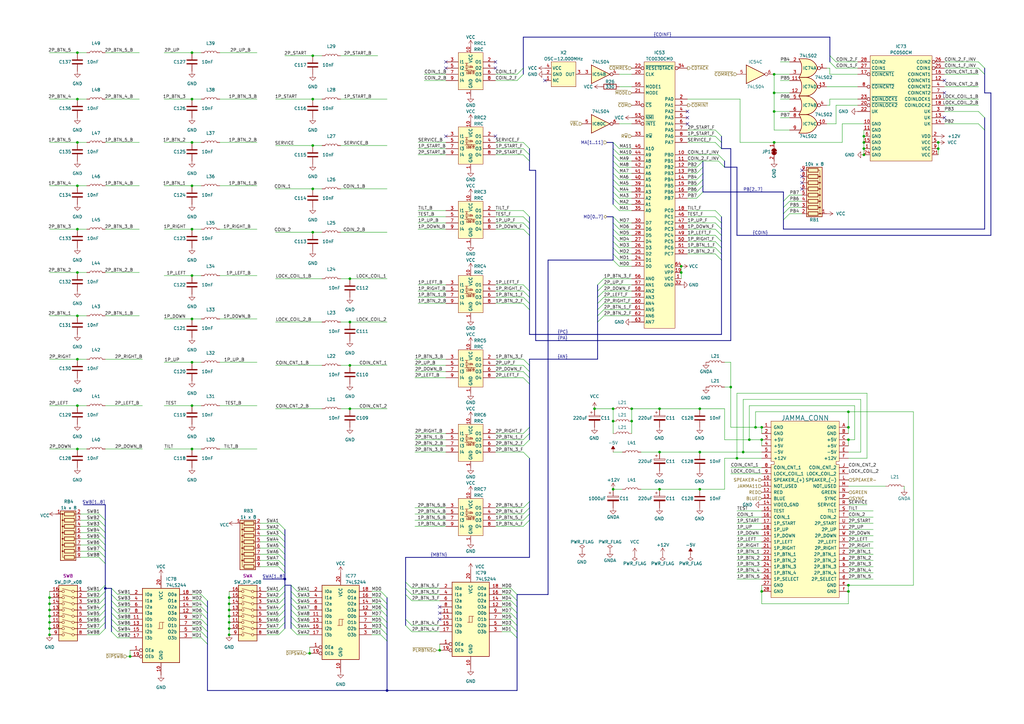
<source format=kicad_sch>
(kicad_sch (version 20230121) (generator eeschema)
  (paper "A3")
  (title_block (title "Rainbow Islands Extra") (date "2023-06-13") (company "Taito K1100319A") (comment 1 "Ulf Skutnabba, twitter: @skutis77"))
  (bus_alias "PA" (members "SERVICE_F" "1P_START_F" "2P_START_F"))
  (bus_alias "COIN" (members "COIN_1_F_INV" "COIN_2_F_INV"))
  (bus_alias "MBTN" (members "2P_BTN_4_F" "2P_BTN_3_F" "2P_BTN_5_F" "1P_BTN_4_F" "1P_BTN_5_F"))
  (bus_alias "AN" (members "1P_BTN_3_F" "2P_UP_F" "2P_DOWN_F" "2P_LEFT_F" "2P_RIGHT_F" "2P_BTN_1_F" "2P_BTN_2_F"))
  (bus_alias "PC" (members "TILT_F" "TEST_F" "1P_UP_F" "1P_DOWN_F" "1P_LEFT_F" "1P_RIGHT_F" "1P_BTN_1_F" "1P_BTN_2_F"))
  (bus_alias "COINF" (members "COIN_1_F" "COIN_2_F"))
  (junction (at 270.51 200.66))
  (junction (at 287.02 167.64))
  (junction (at 312.42 242.57))
  (junction (at 31.75 147.32))
  (junction (at 354.33 55.88))
  (junction (at 128.27 40.64))
  (junction (at 20.32 260.35))
  (junction (at 354.33 58.42))
  (junction (at 143.51 132.08))
  (junction (at 143.51 114.3))
  (junction (at 128.27 95.25))
  (junction (at 43.18 241.3))
  (junction (at 309.88 175.26))
  (junction (at 312.42 175.26))
  (junction (at 20.32 252.73))
  (junction (at 384.81 58.42))
  (junction (at 347.98 168.91))
  (junction (at 31.75 58.42))
  (junction (at 317.5 58.42))
  (junction (at 31.75 166.37))
  (junction (at 78.74 184.15))
  (junction (at 312.42 180.34))
  (junction (at 354.33 63.5))
  (junction (at 93.98 250.19))
  (junction (at 78.74 93.98))
  (junction (at 93.98 257.81))
  (junction (at 31.75 21.59))
  (junction (at 347.98 180.34))
  (junction (at 287.02 200.66))
  (junction (at 20.32 255.27))
  (junction (at 31.75 93.98))
  (junction (at 347.98 240.03))
  (junction (at 128.27 77.47))
  (junction (at 180.34 266.7))
  (junction (at 302.26 187.96))
  (junction (at 93.98 260.35))
  (junction (at 158.75 283.21))
  (junction (at 31.75 111.76))
  (junction (at 259.08 167.64))
  (junction (at 287.02 185.42))
  (junction (at 78.74 113.03))
  (junction (at 128.27 22.86))
  (junction (at 20.32 257.81))
  (junction (at 78.74 130.81))
  (junction (at 317.5 30.48))
  (junction (at 127 267.97))
  (junction (at 251.46 172.72))
  (junction (at 307.34 180.34))
  (junction (at 31.75 184.15))
  (junction (at 53.34 269.24))
  (junction (at 251.46 200.66))
  (junction (at 270.51 167.64))
  (junction (at 243.84 167.64))
  (junction (at 78.74 40.64))
  (junction (at 78.74 58.42))
  (junction (at 78.74 166.37))
  (junction (at 116.84 237.49))
  (junction (at 31.75 40.64))
  (junction (at 299.72 158.75))
  (junction (at 354.33 60.96))
  (junction (at 78.74 148.59))
  (junction (at 128.27 59.69))
  (junction (at 93.98 255.27))
  (junction (at 93.98 252.73))
  (junction (at 31.75 129.54))
  (junction (at 78.74 76.2))
  (junction (at 347.98 175.26))
  (junction (at 20.32 247.65))
  (junction (at 347.98 242.57))
  (junction (at 93.98 247.65))
  (junction (at 279.4 109.22))
  (junction (at 279.4 111.76))
  (junction (at 317.5 38.1))
  (junction (at 270.51 185.42))
  (junction (at 143.51 167.64))
  (junction (at 304.8 185.42))
  (junction (at 251.46 167.64))
  (junction (at 20.32 245.11))
  (junction (at 31.75 76.2))
  (junction (at 20.32 250.19))
  (junction (at 259.08 172.72))
  (junction (at 143.51 149.86))
  (junction (at 317.5 45.72))
  (junction (at 78.74 21.59))
  (junction (at 93.98 245.11))
  (junction (at 384.81 60.96))
  (no_connect (at 182.88 27.94))
  (no_connect (at 281.94 45.72))
  (no_connect (at 203.2 25.4))
  (no_connect (at 387.35 38.1))
  (no_connect (at 182.88 25.4))
  (no_connect (at 180.34 251.46))
  (no_connect (at 328.93 77.47))
  (no_connect (at 387.35 48.26))
  (no_connect (at 180.34 248.92))
  (no_connect (at 328.93 74.93))
  (no_connect (at 223.52 33.02))
  (no_connect (at 203.2 55.88))
  (no_connect (at 281.94 48.26))
  (no_connect (at 328.93 72.39))
  (no_connect (at 203.2 27.94))
  (no_connect (at 182.88 55.88))
  (no_connect (at 328.93 69.85))
  (no_connect (at 281.94 50.8))
  (no_connect (at 387.35 33.02))
  (no_connect (at 180.34 254))
  (bus_entry (at 45.72 251.46) (size 2.54 2.54))
  (bus_entry (at 214.63 208.28) (size 2.54 -2.54))
  (bus_entry (at 251.46 101.6) (size 2.54 2.54))
  (bus_entry (at 214.63 215.9) (size 2.54 -2.54))
  (bus_entry (at 214.63 152.4) (size 2.54 2.54))
  (bus_entry (at 40.64 210.82) (size 2.54 2.54))
  (bus_entry (at 214.63 88.9) (size 2.54 2.54))
  (bus_entry (at 251.46 58.42) (size 2.54 2.54))
  (bus_entry (at 293.37 96.52) (size 2.54 2.54))
  (bus_entry (at 156.21 257.81) (size 2.54 2.54))
  (bus_entry (at 285.75 76.2) (size 2.54 -2.54))
  (bus_entry (at 114.3 224.79) (size 2.54 2.54))
  (bus_entry (at 40.64 220.98) (size 2.54 2.54))
  (bus_entry (at 251.46 88.9) (size 2.54 2.54))
  (bus_entry (at 40.64 223.52) (size 2.54 2.54))
  (bus_entry (at 82.55 261.62) (size 2.54 2.54))
  (bus_entry (at 82.55 248.92) (size 2.54 2.54))
  (bus_entry (at 285.75 78.74) (size 2.54 -2.54))
  (bus_entry (at 119.38 250.19) (size 2.54 2.54))
  (bus_entry (at 214.63 147.32) (size 2.54 2.54))
  (bus_entry (at 119.38 242.57) (size 2.54 2.54))
  (bus_entry (at 214.63 86.36) (size 2.54 2.54))
  (bus_entry (at 251.46 96.52) (size 2.54 2.54))
  (bus_entry (at 293.37 91.44) (size 2.54 2.54))
  (bus_entry (at 214.63 177.8) (size 2.54 -2.54))
  (bus_entry (at 40.64 260.35) (size 2.54 -2.54))
  (bus_entry (at 245.11 132.08) (size 2.54 -2.54))
  (bus_entry (at 209.55 251.46) (size 2.54 2.54))
  (bus_entry (at 82.55 246.38) (size 2.54 2.54))
  (bus_entry (at 40.64 218.44) (size 2.54 2.54))
  (bus_entry (at 114.3 260.35) (size 2.54 -2.54))
  (bus_entry (at 293.37 86.36) (size 2.54 2.54))
  (bus_entry (at 209.55 243.84) (size 2.54 2.54))
  (bus_entry (at 40.64 242.57) (size 2.54 -2.54))
  (bus_entry (at 245.11 129.54) (size 2.54 -2.54))
  (bus_entry (at 214.63 210.82) (size 2.54 -2.54))
  (bus_entry (at 166.37 243.84) (size 2.54 2.54))
  (bus_entry (at 166.37 256.54) (size 2.54 2.54))
  (bus_entry (at 114.3 252.73) (size 2.54 -2.54))
  (bus_entry (at 114.3 257.81) (size 2.54 -2.54))
  (bus_entry (at 209.55 248.92) (size 2.54 2.54))
  (bus_entry (at 156.21 247.65) (size 2.54 2.54))
  (bus_entry (at 251.46 78.74) (size 2.54 2.54))
  (bus_entry (at 45.72 243.84) (size 2.54 2.54))
  (bus_entry (at 209.55 254) (size 2.54 2.54))
  (bus_entry (at 251.46 66.04) (size 2.54 2.54))
  (bus_entry (at 82.55 251.46) (size 2.54 2.54))
  (bus_entry (at 403.86 53.34) (size -2.54 -2.54))
  (bus_entry (at 214.63 121.92) (size 2.54 2.54))
  (bus_entry (at 40.64 213.36) (size 2.54 2.54))
  (bus_entry (at 114.3 222.25) (size 2.54 2.54))
  (bus_entry (at 114.3 229.87) (size 2.54 2.54))
  (bus_entry (at 114.3 242.57) (size 2.54 -2.54))
  (bus_entry (at 214.63 63.5) (size 2.54 2.54))
  (bus_entry (at 166.37 241.3) (size 2.54 2.54))
  (bus_entry (at 209.55 259.08) (size 2.54 2.54))
  (bus_entry (at 45.72 241.3) (size 2.54 2.54))
  (bus_entry (at 156.21 252.73) (size 2.54 2.54))
  (bus_entry (at 114.3 250.19) (size 2.54 -2.54))
  (bus_entry (at 119.38 257.81) (size 2.54 2.54))
  (bus_entry (at 156.21 260.35) (size 2.54 2.54))
  (bus_entry (at 114.3 219.71) (size 2.54 2.54))
  (bus_entry (at 251.46 68.58) (size 2.54 2.54))
  (bus_entry (at 214.63 60.96) (size 2.54 2.54))
  (bus_entry (at 82.55 243.84) (size 2.54 2.54))
  (bus_entry (at 321.31 85.09) (size 2.54 -2.54))
  (bus_entry (at 119.38 252.73) (size 2.54 2.54))
  (bus_entry (at 119.38 245.11) (size 2.54 2.54))
  (bus_entry (at 166.37 254) (size 2.54 2.54))
  (bus_entry (at 403.86 48.26) (size -2.54 -2.54))
  (bus_entry (at 214.63 116.84) (size 2.54 2.54))
  (bus_entry (at 251.46 60.96) (size 2.54 2.54))
  (bus_entry (at 245.11 121.92) (size 2.54 -2.54))
  (bus_entry (at 401.32 27.94) (size 2.54 2.54))
  (bus_entry (at 293.37 99.06) (size 2.54 2.54))
  (bus_entry (at 251.46 91.44) (size 2.54 2.54))
  (bus_entry (at 119.38 255.27) (size 2.54 2.54))
  (bus_entry (at 114.3 255.27) (size 2.54 -2.54))
  (bus_entry (at 251.46 73.66) (size 2.54 2.54))
  (bus_entry (at 293.37 88.9) (size 2.54 2.54))
  (bus_entry (at 82.55 259.08) (size 2.54 2.54))
  (bus_entry (at 212.09 30.48) (size 2.54 -2.54))
  (bus_entry (at 214.63 124.46) (size 2.54 2.54))
  (bus_entry (at 40.64 215.9) (size 2.54 2.54))
  (bus_entry (at 293.37 53.34) (size 2.54 2.54))
  (bus_entry (at 214.63 93.98) (size 2.54 2.54))
  (bus_entry (at 45.72 256.54) (size 2.54 2.54))
  (bus_entry (at 245.11 124.46) (size 2.54 -2.54))
  (bus_entry (at 251.46 81.28) (size 2.54 2.54))
  (bus_entry (at 209.55 256.54) (size 2.54 2.54))
  (bus_entry (at 214.63 58.42) (size 2.54 2.54))
  (bus_entry (at 251.46 76.2) (size 2.54 2.54))
  (bus_entry (at 245.11 119.38) (size 2.54 -2.54))
  (bus_entry (at 40.64 247.65) (size 2.54 -2.54))
  (bus_entry (at 214.63 185.42) (size 2.54 2.54))
  (bus_entry (at 294.64 63.5) (size 2.54 2.54))
  (bus_entry (at 212.09 33.02) (size 2.54 -2.54))
  (bus_entry (at 214.63 149.86) (size 2.54 2.54))
  (bus_entry (at 40.64 245.11) (size 2.54 -2.54))
  (bus_entry (at 321.31 87.63) (size 2.54 -2.54))
  (bus_entry (at 114.3 232.41) (size 2.54 2.54))
  (bus_entry (at 285.75 81.28) (size 2.54 -2.54))
  (bus_entry (at 251.46 93.98) (size 2.54 2.54))
  (bus_entry (at 251.46 63.5) (size 2.54 2.54))
  (bus_entry (at 209.55 246.38) (size 2.54 2.54))
  (bus_entry (at 40.64 255.27) (size 2.54 -2.54))
  (bus_entry (at 82.55 254) (size 2.54 2.54))
  (bus_entry (at 251.46 104.14) (size 2.54 2.54))
  (bus_entry (at 209.55 241.3) (size 2.54 2.54))
  (bus_entry (at 45.72 246.38) (size 2.54 2.54))
  (bus_entry (at 251.46 83.82) (size 2.54 2.54))
  (bus_entry (at 214.63 213.36) (size 2.54 -2.54))
  (bus_entry (at 82.55 256.54) (size 2.54 2.54))
  (bus_entry (at 245.11 127) (size 2.54 -2.54))
  (bus_entry (at 45.72 248.92) (size 2.54 2.54))
  (bus_entry (at 214.63 182.88) (size 2.54 -2.54))
  (bus_entry (at 156.21 250.19) (size 2.54 2.54))
  (bus_entry (at 40.64 228.6) (size 2.54 2.54))
  (bus_entry (at 114.3 217.17) (size 2.54 2.54))
  (bus_entry (at 114.3 245.11) (size 2.54 -2.54))
  (bus_entry (at 321.31 82.55) (size 2.54 -2.54))
  (bus_entry (at 156.21 255.27) (size 2.54 2.54))
  (bus_entry (at 251.46 99.06) (size 2.54 2.54))
  (bus_entry (at 114.3 214.63) (size 2.54 2.54))
  (bus_entry (at 293.37 104.14) (size 2.54 2.54))
  (bus_entry (at 45.72 259.08) (size 2.54 2.54))
  (bus_entry (at 166.37 238.76) (size 2.54 2.54))
  (bus_entry (at 119.38 240.03) (size 2.54 2.54))
  (bus_entry (at 214.63 119.38) (size 2.54 2.54))
  (bus_entry (at 251.46 106.68) (size 2.54 2.54))
  (bus_entry (at 294.64 66.04) (size 2.54 2.54))
  (bus_entry (at 40.64 226.06) (size 2.54 2.54))
  (bus_entry (at 119.38 247.65) (size 2.54 2.54))
  (bus_entry (at 401.32 25.4) (size 2.54 2.54))
  (bus_entry (at 114.3 247.65) (size 2.54 -2.54))
  (bus_entry (at 293.37 101.6) (size 2.54 2.54))
  (bus_entry (at 340.36 22.86) (size 2.54 2.54))
  (bus_entry (at 251.46 71.12) (size 2.54 2.54))
  (bus_entry (at 285.75 68.58) (size 2.54 -2.54))
  (bus_entry (at 45.72 254) (size 2.54 2.54))
  (bus_entry (at 293.37 55.88) (size 2.54 2.54))
  (bus_entry (at 293.37 93.98) (size 2.54 2.54))
  (bus_entry (at 285.75 73.66) (size 2.54 -2.54))
  (bus_entry (at 40.64 250.19) (size 2.54 -2.54))
  (bus_entry (at 40.64 252.73) (size 2.54 -2.54))
  (bus_entry (at 156.21 242.57) (size 2.54 2.54))
  (bus_entry (at 214.63 180.34) (size 2.54 -2.54))
  (bus_entry (at 340.36 25.4) (size 2.54 2.54))
  (bus_entry (at 245.11 116.84) (size 2.54 -2.54))
  (bus_entry (at 285.75 71.12) (size 2.54 -2.54))
  (bus_entry (at 40.64 257.81) (size 2.54 -2.54))
  (bus_entry (at 156.21 245.11) (size 2.54 2.54))
  (bus_entry (at 321.31 90.17) (size 2.54 -2.54))
  (bus_entry (at 214.63 91.44) (size 2.54 2.54))
  (bus_entry (at 293.37 58.42) (size 2.54 2.54))
  (bus_entry (at 114.3 227.33) (size 2.54 2.54))
  (bus_entry (at 214.63 154.94) (size 2.54 2.54))
  (bus (pts (xy 219.71 69.85) (xy 217.17 69.85)))
  (bus (pts (xy 251.46 104.14) (xy 251.46 101.6)))
  (bus (pts (xy 212.09 259.08) (xy 212.09 261.62)))
  (wire (pts (xy 139.7 59.69) (xy 158.75 59.69)))
  (bus (pts (xy 119.38 245.11) (xy 119.38 242.57)))
  (bus (pts (xy 217.17 213.36) (xy 217.17 228.6)))
  (wire (pts (xy 31.75 58.42) (xy 35.56 58.42)))
  (bus (pts (xy 43.18 215.9) (xy 43.18 218.44)))
  (wire (pts (xy 387.35 25.4) (xy 401.32 25.4)))
  (bus (pts (xy 403.86 38.1) (xy 406.4 38.1)))
  (bus (pts (xy 245.11 132.08) (xy 245.11 147.32)))
  (wire (pts (xy 302.26 217.17) (xy 312.42 217.17)))
  (wire (pts (xy 31.75 166.37) (xy 35.56 166.37)))
  (wire (pts (xy 347.98 217.17) (xy 358.14 217.17)))
  (wire (pts (xy 48.26 248.92) (xy 53.34 248.92)))
  (wire (pts (xy 254 93.98) (xy 259.08 93.98)))
  (wire (pts (xy 170.18 182.88) (xy 182.88 182.88)))
  (wire (pts (xy 93.98 252.73) (xy 93.98 255.27)))
  (wire (pts (xy 281.94 73.66) (xy 285.75 73.66)))
  (wire (pts (xy 170.18 215.9) (xy 182.88 215.9)))
  (bus (pts (xy 119.38 247.65) (xy 119.38 245.11)))
  (wire (pts (xy 113.03 149.86) (xy 132.08 149.86)))
  (bus (pts (xy 251.46 78.74) (xy 251.46 76.2)))
  (wire (pts (xy 281.94 68.58) (xy 285.75 68.58)))
  (wire (pts (xy 281.94 99.06) (xy 293.37 99.06)))
  (bus (pts (xy 116.84 219.71) (xy 116.84 222.25)))
  (bus (pts (xy 217.17 205.74) (xy 217.17 208.28)))
  (wire (pts (xy 317.5 38.1) (xy 317.5 30.48)))
  (wire (pts (xy 203.2 88.9) (xy 214.63 88.9)))
  (wire (pts (xy 299.72 148.59) (xy 297.18 148.59)))
  (bus (pts (xy 43.18 242.57) (xy 43.18 245.11)))
  (bus (pts (xy 158.75 252.73) (xy 158.75 255.27)))
  (wire (pts (xy 171.45 119.38) (xy 182.88 119.38)))
  (wire (pts (xy 247.65 127) (xy 259.08 127)))
  (wire (pts (xy 109.22 247.65) (xy 114.3 247.65)))
  (wire (pts (xy 78.74 40.64) (xy 67.31 40.64)))
  (bus (pts (xy 212.09 246.38) (xy 212.09 248.92)))
  (bus (pts (xy 251.46 63.5) (xy 251.46 60.96)))
  (bus (pts (xy 321.31 90.17) (xy 321.31 87.63)))
  (wire (pts (xy 78.74 113.03) (xy 67.31 113.03)))
  (wire (pts (xy 347.98 177.8) (xy 347.98 175.26)))
  (wire (pts (xy 270.51 167.64) (xy 287.02 167.64)))
  (wire (pts (xy 31.75 129.54) (xy 35.56 129.54)))
  (wire (pts (xy 48.26 259.08) (xy 53.34 259.08)))
  (bus (pts (xy 85.09 264.16) (xy 85.09 283.21)))
  (wire (pts (xy 323.85 80.01) (xy 328.93 80.01)))
  (wire (pts (xy 205.74 243.84) (xy 209.55 243.84)))
  (wire (pts (xy 170.18 208.28) (xy 182.88 208.28)))
  (wire (pts (xy 78.74 93.98) (xy 82.55 93.98)))
  (wire (pts (xy 43.18 166.37) (xy 58.42 166.37)))
  (wire (pts (xy 20.32 247.65) (xy 20.32 250.19)))
  (bus (pts (xy 45.72 243.84) (xy 45.72 241.3)))
  (wire (pts (xy 347.98 247.65) (xy 347.98 242.57)))
  (wire (pts (xy 48.26 254) (xy 53.34 254)))
  (wire (pts (xy 78.74 166.37) (xy 82.55 166.37)))
  (wire (pts (xy 254 60.96) (xy 259.08 60.96)))
  (bus (pts (xy 85.09 246.38) (xy 85.09 248.92)))
  (wire (pts (xy 35.56 252.73) (xy 40.64 252.73)))
  (bus (pts (xy 166.37 241.3) (xy 166.37 243.84)))
  (wire (pts (xy 270.51 185.42) (xy 287.02 185.42)))
  (wire (pts (xy 302.26 227.33) (xy 312.42 227.33)))
  (bus (pts (xy 116.84 240.03) (xy 116.84 242.57)))
  (wire (pts (xy 374.65 240.03) (xy 374.65 168.91)))
  (wire (pts (xy 90.17 76.2) (xy 105.41 76.2)))
  (wire (pts (xy 171.45 58.42) (xy 182.88 58.42)))
  (bus (pts (xy 217.17 177.8) (xy 217.17 180.34)))
  (bus (pts (xy 212.09 248.92) (xy 212.09 251.46)))
  (wire (pts (xy 302.26 161.29) (xy 302.26 187.96)))
  (bus (pts (xy 251.46 83.82) (xy 251.46 81.28)))
  (wire (pts (xy 33.02 226.06) (xy 40.64 226.06)))
  (bus (pts (xy 214.63 15.24) (xy 340.36 15.24)))
  (wire (pts (xy 171.45 121.92) (xy 182.88 121.92)))
  (wire (pts (xy 152.4 250.19) (xy 156.21 250.19)))
  (wire (pts (xy 113.03 59.69) (xy 128.27 59.69)))
  (wire (pts (xy 307.34 180.34) (xy 297.18 180.34)))
  (bus (pts (xy 217.17 127) (xy 217.17 137.16)))
  (wire (pts (xy 90.17 130.81) (xy 105.41 130.81)))
  (wire (pts (xy 57.15 58.42) (xy 43.18 58.42)))
  (bus (pts (xy 288.29 71.12) (xy 288.29 73.66)))
  (wire (pts (xy 288.29 66.04) (xy 294.64 66.04)))
  (wire (pts (xy 143.51 114.3) (xy 139.7 114.3)))
  (wire (pts (xy 90.17 93.98) (xy 105.41 93.98)))
  (wire (pts (xy 297.18 187.96) (xy 297.18 200.66)))
  (wire (pts (xy 78.74 76.2) (xy 82.55 76.2)))
  (bus (pts (xy 43.18 220.98) (xy 43.18 223.52)))
  (bus (pts (xy 340.36 15.24) (xy 340.36 22.86)))
  (wire (pts (xy 355.6 187.96) (xy 355.6 161.29)))
  (wire (pts (xy 384.81 58.42) (xy 384.81 60.96)))
  (bus (pts (xy 295.91 93.98) (xy 295.91 96.52)))
  (wire (pts (xy 312.42 180.34) (xy 312.42 182.88)))
  (wire (pts (xy 33.02 215.9) (xy 40.64 215.9)))
  (wire (pts (xy 78.74 76.2) (xy 67.31 76.2)))
  (wire (pts (xy 109.22 245.11) (xy 114.3 245.11)))
  (wire (pts (xy 78.74 93.98) (xy 67.31 93.98)))
  (bus (pts (xy 45.72 248.92) (xy 45.72 246.38)))
  (bus (pts (xy 107.95 237.49) (xy 116.84 237.49)))
  (wire (pts (xy 203.2 33.02) (xy 212.09 33.02)))
  (wire (pts (xy 67.31 148.59) (xy 78.74 148.59)))
  (wire (pts (xy 203.2 154.94) (xy 214.63 154.94)))
  (bus (pts (xy 245.11 121.92) (xy 245.11 124.46)))
  (wire (pts (xy 259.08 172.72) (xy 259.08 177.8)))
  (bus (pts (xy 158.75 245.11) (xy 158.75 247.65)))
  (bus (pts (xy 321.31 85.09) (xy 321.31 82.55)))
  (bus (pts (xy 212.09 243.84) (xy 224.79 243.84)))
  (bus (pts (xy 116.84 234.95) (xy 116.84 237.49)))
  (wire (pts (xy 78.74 261.62) (xy 82.55 261.62)))
  (wire (pts (xy 259.08 167.64) (xy 270.51 167.64)))
  (wire (pts (xy 53.34 269.24) (xy 53.34 266.7)))
  (bus (pts (xy 217.17 154.94) (xy 217.17 157.48)))
  (wire (pts (xy 203.2 185.42) (xy 214.63 185.42)))
  (bus (pts (xy 406.4 38.1) (xy 406.4 96.52)))
  (wire (pts (xy 139.7 95.25) (xy 158.75 95.25)))
  (wire (pts (xy 254 99.06) (xy 259.08 99.06)))
  (wire (pts (xy 57.15 129.54) (xy 43.18 129.54)))
  (wire (pts (xy 203.2 147.32) (xy 214.63 147.32)))
  (bus (pts (xy 217.17 119.38) (xy 217.17 121.92)))
  (wire (pts (xy 78.74 40.64) (xy 82.55 40.64)))
  (wire (pts (xy 281.94 53.34) (xy 293.37 53.34)))
  (wire (pts (xy 312.42 247.65) (xy 347.98 247.65)))
  (wire (pts (xy 106.68 217.17) (xy 114.3 217.17)))
  (wire (pts (xy 205.74 254) (xy 209.55 254)))
  (wire (pts (xy 57.15 21.59) (xy 43.18 21.59)))
  (bus (pts (xy 116.84 242.57) (xy 116.84 245.11)))
  (wire (pts (xy 259.08 167.64) (xy 259.08 172.72)))
  (bus (pts (xy 321.31 78.74) (xy 288.29 78.74)))
  (wire (pts (xy 203.2 182.88) (xy 214.63 182.88)))
  (wire (pts (xy 323.85 53.34) (xy 317.5 53.34)))
  (bus (pts (xy 251.46 66.04) (xy 251.46 63.5)))
  (wire (pts (xy 173.99 30.48) (xy 182.88 30.48)))
  (wire (pts (xy 323.85 82.55) (xy 328.93 82.55)))
  (wire (pts (xy 347.98 214.63) (xy 358.14 214.63)))
  (wire (pts (xy 93.98 242.57) (xy 93.98 245.11)))
  (wire (pts (xy 279.4 109.22) (xy 279.4 111.76)))
  (wire (pts (xy 297.18 180.34) (xy 297.18 167.64)))
  (wire (pts (xy 113.03 40.64) (xy 128.27 40.64)))
  (wire (pts (xy 31.75 40.64) (xy 20.32 40.64)))
  (wire (pts (xy 254 30.48) (xy 259.08 30.48)))
  (wire (pts (xy 78.74 184.15) (xy 82.55 184.15)))
  (wire (pts (xy 304.8 163.83) (xy 304.8 185.42)))
  (bus (pts (xy 158.75 262.89) (xy 158.75 283.21)))
  (wire (pts (xy 281.94 63.5) (xy 294.64 63.5)))
  (bus (pts (xy 158.75 257.81) (xy 158.75 260.35)))
  (bus (pts (xy 217.17 96.52) (xy 217.17 119.38)))
  (wire (pts (xy 203.2 215.9) (xy 214.63 215.9)))
  (bus (pts (xy 245.11 119.38) (xy 245.11 121.92)))
  (wire (pts (xy 309.88 168.91) (xy 309.88 175.26)))
  (wire (pts (xy 78.74 148.59) (xy 82.55 148.59)))
  (wire (pts (xy 347.98 232.41) (xy 358.14 232.41)))
  (bus (pts (xy 158.75 255.27) (xy 158.75 257.81)))
  (bus (pts (xy 158.75 260.35) (xy 158.75 262.89)))
  (bus (pts (xy 302.26 96.52) (xy 302.26 68.58)))
  (bus (pts (xy 251.46 60.96) (xy 251.46 58.42)))
  (wire (pts (xy 203.2 58.42) (xy 214.63 58.42)))
  (wire (pts (xy 347.98 175.26) (xy 347.98 168.91)))
  (bus (pts (xy 85.09 259.08) (xy 85.09 261.62)))
  (wire (pts (xy 342.9 25.4) (xy 351.79 25.4)))
  (bus (pts (xy 297.18 66.04) (xy 297.18 68.58)))
  (bus (pts (xy 119.38 257.81) (xy 119.38 255.27)))
  (wire (pts (xy 168.91 246.38) (xy 180.34 246.38)))
  (wire (pts (xy 125.73 267.97) (xy 127 267.97)))
  (wire (pts (xy 109.22 250.19) (xy 114.3 250.19)))
  (bus (pts (xy 158.75 250.19) (xy 158.75 252.73)))
  (wire (pts (xy 158.75 149.86) (xy 143.51 149.86)))
  (wire (pts (xy 113.03 77.47) (xy 128.27 77.47)))
  (wire (pts (xy 281.94 104.14) (xy 293.37 104.14)))
  (wire (pts (xy 121.92 252.73) (xy 127 252.73)))
  (wire (pts (xy 347.98 229.87) (xy 358.14 229.87)))
  (bus (pts (xy 43.18 242.57) (xy 43.18 241.3)))
  (bus (pts (xy 217.17 60.96) (xy 217.17 63.5)))
  (wire (pts (xy 90.17 184.15) (xy 105.41 184.15)))
  (wire (pts (xy 347.98 209.55) (xy 358.14 209.55)))
  (wire (pts (xy 312.42 242.57) (xy 312.42 247.65)))
  (wire (pts (xy 302.26 187.96) (xy 297.18 187.96)))
  (bus (pts (xy 251.46 93.98) (xy 251.46 91.44)))
  (bus (pts (xy 85.09 261.62) (xy 85.09 264.16)))
  (wire (pts (xy 302.26 219.71) (xy 312.42 219.71)))
  (wire (pts (xy 48.26 261.62) (xy 53.34 261.62)))
  (bus (pts (xy 251.46 101.6) (xy 251.46 99.06)))
  (wire (pts (xy 203.2 60.96) (xy 214.63 60.96)))
  (wire (pts (xy 370.84 200.66) (xy 370.84 199.39)))
  (wire (pts (xy 152.4 257.81) (xy 156.21 257.81)))
  (bus (pts (xy 43.18 207.01) (xy 43.18 213.36)))
  (wire (pts (xy 350.52 180.34) (xy 350.52 166.37)))
  (wire (pts (xy 340.36 43.18) (xy 340.36 40.64)))
  (bus (pts (xy 251.46 96.52) (xy 251.46 93.98)))
  (wire (pts (xy 317.5 58.42) (xy 345.44 58.42)))
  (bus (pts (xy 214.63 30.48) (xy 214.63 27.94)))
  (wire (pts (xy 203.2 116.84) (xy 214.63 116.84)))
  (bus (pts (xy 43.18 228.6) (xy 43.18 231.14)))
  (wire (pts (xy 78.74 251.46) (xy 82.55 251.46)))
  (wire (pts (xy 347.98 234.95) (xy 358.14 234.95)))
  (wire (pts (xy 347.98 237.49) (xy 358.14 237.49)))
  (bus (pts (xy 251.46 68.58) (xy 251.46 66.04)))
  (wire (pts (xy 247.65 121.92) (xy 259.08 121.92)))
  (wire (pts (xy 281.94 96.52) (xy 293.37 96.52)))
  (bus (pts (xy 43.18 226.06) (xy 43.18 228.6)))
  (wire (pts (xy 203.2 213.36) (xy 214.63 213.36)))
  (bus (pts (xy 43.18 255.27) (xy 43.18 257.81)))
  (bus (pts (xy 321.31 82.55) (xy 321.31 78.74)))
  (wire (pts (xy 139.7 77.47) (xy 158.75 77.47)))
  (bus (pts (xy 321.31 87.63) (xy 321.31 85.09)))
  (wire (pts (xy 143.51 149.86) (xy 139.7 149.86)))
  (wire (pts (xy 90.17 113.03) (xy 105.41 113.03)))
  (wire (pts (xy 128.27 77.47) (xy 132.08 77.47)))
  (wire (pts (xy 109.22 260.35) (xy 114.3 260.35)))
  (wire (pts (xy 254 68.58) (xy 259.08 68.58)))
  (bus (pts (xy 45.72 254) (xy 45.72 251.46)))
  (bus (pts (xy 217.17 124.46) (xy 217.17 127)))
  (wire (pts (xy 20.32 245.11) (xy 20.32 247.65)))
  (wire (pts (xy 170.18 210.82) (xy 182.88 210.82)))
  (wire (pts (xy 121.92 260.35) (xy 127 260.35)))
  (wire (pts (xy 152.4 245.11) (xy 156.21 245.11)))
  (wire (pts (xy 309.88 175.26) (xy 299.72 175.26)))
  (wire (pts (xy 320.04 25.4) (xy 323.85 25.4)))
  (wire (pts (xy 312.42 240.03) (xy 312.42 242.57)))
  (bus (pts (xy 116.84 222.25) (xy 116.84 224.79)))
  (bus (pts (xy 224.79 243.84) (xy 224.79 106.68)))
  (bus (pts (xy 212.09 261.62) (xy 212.09 283.21)))
  (bus (pts (xy 119.38 250.19) (xy 119.38 247.65)))
  (wire (pts (xy 299.72 158.75) (xy 297.18 158.75)))
  (wire (pts (xy 90.17 148.59) (xy 105.41 148.59)))
  (wire (pts (xy 170.18 177.8) (xy 182.88 177.8)))
  (wire (pts (xy 31.75 184.15) (xy 20.32 184.15)))
  (wire (pts (xy 78.74 130.81) (xy 67.31 130.81)))
  (wire (pts (xy 57.15 111.76) (xy 43.18 111.76)))
  (wire (pts (xy 254 73.66) (xy 259.08 73.66)))
  (wire (pts (xy 48.26 256.54) (xy 53.34 256.54)))
  (bus (pts (xy 403.86 48.26) (xy 403.86 53.34)))
  (wire (pts (xy 171.45 86.36) (xy 182.88 86.36)))
  (bus (pts (xy 295.91 99.06) (xy 295.91 101.6)))
  (wire (pts (xy 342.9 50.8) (xy 342.9 43.18)))
  (wire (pts (xy 35.56 242.57) (xy 40.64 242.57)))
  (wire (pts (xy 281.94 55.88) (xy 293.37 55.88)))
  (wire (pts (xy 297.18 167.64) (xy 287.02 167.64)))
  (wire (pts (xy 78.74 58.42) (xy 67.31 58.42)))
  (wire (pts (xy 303.53 40.64) (xy 303.53 58.42)))
  (wire (pts (xy 281.94 40.64) (xy 303.53 40.64)))
  (wire (pts (xy 342.9 50.8) (xy 339.09 50.8)))
  (wire (pts (xy 170.18 152.4) (xy 182.88 152.4)))
  (wire (pts (xy 43.18 184.15) (xy 58.42 184.15)))
  (wire (pts (xy 203.2 210.82) (xy 214.63 210.82)))
  (wire (pts (xy 113.03 167.64) (xy 132.08 167.64)))
  (wire (pts (xy 374.65 168.91) (xy 347.98 168.91)))
  (wire (pts (xy 20.32 242.57) (xy 20.32 245.11)))
  (wire (pts (xy 31.75 147.32) (xy 35.56 147.32)))
  (wire (pts (xy 31.75 93.98) (xy 35.56 93.98)))
  (wire (pts (xy 247.65 119.38) (xy 259.08 119.38)))
  (wire (pts (xy 262.89 200.66) (xy 270.51 200.66)))
  (wire (pts (xy 254 63.5) (xy 259.08 63.5)))
  (wire (pts (xy 52.07 269.24) (xy 53.34 269.24)))
  (bus (pts (xy 116.84 250.19) (xy 116.84 252.73)))
  (bus (pts (xy 217.17 152.4) (xy 217.17 154.94)))
  (bus (pts (xy 295.91 106.68) (xy 295.91 137.16)))
  (wire (pts (xy 48.26 251.46) (xy 53.34 251.46)))
  (wire (pts (xy 355.6 161.29) (xy 302.26 161.29)))
  (wire (pts (xy 113.03 132.08) (xy 132.08 132.08)))
  (wire (pts (xy 170.18 147.32) (xy 182.88 147.32)))
  (wire (pts (xy 281.94 58.42) (xy 293.37 58.42)))
  (wire (pts (xy 35.56 245.11) (xy 40.64 245.11)))
  (wire (pts (xy 323.85 85.09) (xy 328.93 85.09)))
  (wire (pts (xy 31.75 40.64) (xy 35.56 40.64)))
  (wire (pts (xy 106.68 224.79) (xy 114.3 224.79)))
  (wire (pts (xy 312.42 175.26) (xy 312.42 177.8)))
  (bus (pts (xy 116.84 224.79) (xy 116.84 227.33)))
  (wire (pts (xy 309.88 175.26) (xy 312.42 175.26)))
  (bus (pts (xy 116.84 252.73) (xy 116.84 255.27)))
  (wire (pts (xy 33.02 223.52) (xy 40.64 223.52)))
  (wire (pts (xy 78.74 256.54) (xy 82.55 256.54)))
  (wire (pts (xy 350.52 166.37) (xy 307.34 166.37)))
  (wire (pts (xy 168.91 241.3) (xy 180.34 241.3)))
  (wire (pts (xy 353.06 185.42) (xy 353.06 163.83)))
  (bus (pts (xy 85.09 256.54) (xy 85.09 259.08)))
  (wire (pts (xy 312.42 180.34) (xy 307.34 180.34)))
  (wire (pts (xy 205.74 246.38) (xy 209.55 246.38)))
  (bus (pts (xy 251.46 71.12) (xy 251.46 68.58)))
  (bus (pts (xy 214.63 27.94) (xy 214.63 15.24)))
  (wire (pts (xy 320.04 48.26) (xy 323.85 48.26)))
  (wire (pts (xy 168.91 243.84) (xy 180.34 243.84)))
  (wire (pts (xy 139.7 40.64) (xy 158.75 40.64)))
  (wire (pts (xy 128.27 22.86) (xy 132.08 22.86)))
  (wire (pts (xy 33.02 210.82) (xy 40.64 210.82)))
  (bus (pts (xy 119.38 242.57) (xy 119.38 240.03)))
  (wire (pts (xy 387.35 27.94) (xy 401.32 27.94)))
  (wire (pts (xy 339.09 43.18) (xy 340.36 43.18)))
  (bus (pts (xy 251.46 73.66) (xy 251.46 71.12)))
  (wire (pts (xy 31.75 129.54) (xy 20.32 129.54)))
  (wire (pts (xy 281.94 81.28) (xy 285.75 81.28)))
  (bus (pts (xy 212.09 254) (xy 212.09 256.54)))
  (wire (pts (xy 281.94 91.44) (xy 293.37 91.44)))
  (wire (pts (xy 109.22 257.81) (xy 114.3 257.81)))
  (wire (pts (xy 31.75 21.59) (xy 35.56 21.59)))
  (wire (pts (xy 254 66.04) (xy 259.08 66.04)))
  (wire (pts (xy 180.34 264.16) (xy 180.34 266.7)))
  (wire (pts (xy 152.4 242.57) (xy 156.21 242.57)))
  (wire (pts (xy 251.46 200.66) (xy 255.27 200.66)))
  (bus (pts (xy 166.37 254) (xy 166.37 256.54)))
  (wire (pts (xy 384.81 60.96) (xy 384.81 63.5)))
  (wire (pts (xy 78.74 243.84) (xy 82.55 243.84)))
  (bus (pts (xy 217.17 187.96) (xy 217.17 205.74)))
  (wire (pts (xy 139.7 22.86) (xy 154.94 22.86)))
  (wire (pts (xy 31.75 111.76) (xy 20.32 111.76)))
  (wire (pts (xy 347.98 168.91) (xy 309.88 168.91)))
  (wire (pts (xy 106.68 229.87) (xy 114.3 229.87)))
  (bus (pts (xy 403.86 27.94) (xy 403.86 30.48)))
  (wire (pts (xy 143.51 167.64) (xy 158.75 167.64)))
  (wire (pts (xy 304.8 185.42) (xy 312.42 185.42)))
  (bus (pts (xy 116.84 255.27) (xy 116.84 257.81)))
  (wire (pts (xy 128.27 59.69) (xy 132.08 59.69)))
  (wire (pts (xy 299.72 194.31) (xy 312.42 194.31)))
  (bus (pts (xy 288.29 66.04) (xy 288.29 68.58)))
  (wire (pts (xy 35.56 257.81) (xy 40.64 257.81)))
  (wire (pts (xy 342.9 43.18) (xy 351.79 43.18)))
  (bus (pts (xy 43.18 213.36) (xy 43.18 215.9)))
  (bus (pts (xy 166.37 228.6) (xy 166.37 238.76)))
  (bus (pts (xy 403.86 53.34) (xy 403.86 93.98)))
  (bus (pts (xy 245.11 147.32) (xy 217.17 147.32)))
  (wire (pts (xy 171.45 88.9) (xy 182.88 88.9)))
  (bus (pts (xy 403.86 30.48) (xy 403.86 38.1)))
  (bus (pts (xy 217.17 66.04) (xy 217.17 69.85)))
  (bus (pts (xy 295.91 96.52) (xy 295.91 99.06)))
  (bus (pts (xy 85.09 251.46) (xy 85.09 254)))
  (bus (pts (xy 406.4 96.52) (xy 302.26 96.52)))
  (bus (pts (xy 119.38 255.27) (xy 119.38 252.73)))
  (bus (pts (xy 251.46 91.44) (xy 251.46 88.9)))
  (bus (pts (xy 219.71 139.7) (xy 299.72 139.7)))
  (wire (pts (xy 281.94 86.36) (xy 293.37 86.36)))
  (wire (pts (xy 320.04 40.64) (xy 323.85 40.64)))
  (wire (pts (xy 113.03 95.25) (xy 128.27 95.25)))
  (wire (pts (xy 203.2 86.36) (xy 214.63 86.36)))
  (wire (pts (xy 247.65 129.54) (xy 259.08 129.54)))
  (bus (pts (xy 45.72 251.46) (xy 45.72 248.92)))
  (bus (pts (xy 116.84 247.65) (xy 116.84 250.19)))
  (bus (pts (xy 43.18 223.52) (xy 43.18 226.06)))
  (wire (pts (xy 171.45 124.46) (xy 182.88 124.46)))
  (wire (pts (xy 106.68 219.71) (xy 114.3 219.71)))
  (wire (pts (xy 109.22 252.73) (xy 114.3 252.73)))
  (wire (pts (xy 90.17 40.64) (xy 105.41 40.64)))
  (wire (pts (xy 171.45 60.96) (xy 182.88 60.96)))
  (wire (pts (xy 307.34 166.37) (xy 307.34 180.34)))
  (wire (pts (xy 33.02 228.6) (xy 40.64 228.6)))
  (bus (pts (xy 299.72 60.96) (xy 299.72 139.7)))
  (bus (pts (xy 166.37 238.76) (xy 166.37 241.3)))
  (bus (pts (xy 217.17 121.92) (xy 217.17 124.46)))
  (bus (pts (xy 217.17 210.82) (xy 217.17 213.36)))
  (wire (pts (xy 302.26 229.87) (xy 312.42 229.87)))
  (bus (pts (xy 245.11 129.54) (xy 245.11 132.08)))
  (bus (pts (xy 295.91 137.16) (xy 217.17 137.16)))
  (wire (pts (xy 109.22 255.27) (xy 114.3 255.27)))
  (wire (pts (xy 143.51 132.08) (xy 139.7 132.08)))
  (bus (pts (xy 321.31 93.98) (xy 321.31 90.17)))
  (wire (pts (xy 31.75 147.32) (xy 20.32 147.32)))
  (bus (pts (xy 295.91 101.6) (xy 295.91 104.14)))
  (wire (pts (xy 302.26 234.95) (xy 312.42 234.95)))
  (bus (pts (xy 288.29 73.66) (xy 288.29 76.2)))
  (wire (pts (xy 48.26 243.84) (xy 53.34 243.84)))
  (wire (pts (xy 171.45 116.84) (xy 182.88 116.84)))
  (wire (pts (xy 90.17 21.59) (xy 105.41 21.59)))
  (wire (pts (xy 254 35.56) (xy 259.08 35.56)))
  (wire (pts (xy 347.98 240.03) (xy 374.65 240.03)))
  (wire (pts (xy 205.74 256.54) (xy 209.55 256.54)))
  (wire (pts (xy 121.92 245.11) (xy 127 245.11)))
  (wire (pts (xy 323.85 38.1) (xy 317.5 38.1)))
  (wire (pts (xy 243.84 167.64) (xy 251.46 167.64)))
  (bus (pts (xy 217.17 208.28) (xy 217.17 210.82)))
  (wire (pts (xy 152.4 252.73) (xy 156.21 252.73)))
  (wire (pts (xy 20.32 250.19) (xy 20.32 252.73)))
  (wire (pts (xy 281.94 101.6) (xy 293.37 101.6)))
  (wire (pts (xy 317.5 30.48) (xy 323.85 30.48)))
  (wire (pts (xy 78.74 58.42) (xy 82.55 58.42)))
  (wire (pts (xy 31.75 76.2) (xy 35.56 76.2)))
  (wire (pts (xy 254 96.52) (xy 259.08 96.52)))
  (wire (pts (xy 78.74 130.81) (xy 82.55 130.81)))
  (wire (pts (xy 35.56 260.35) (xy 40.64 260.35)))
  (bus (pts (xy 43.18 231.14) (xy 43.18 240.03)))
  (bus (pts (xy 45.72 241.3) (xy 43.18 241.3)))
  (wire (pts (xy 339.09 35.56) (xy 351.79 35.56)))
  (wire (pts (xy 342.9 27.94) (xy 351.79 27.94)))
  (wire (pts (xy 323.85 45.72) (xy 317.5 45.72)))
  (bus (pts (xy 45.72 256.54) (xy 45.72 254)))
  (bus (pts (xy 217.17 149.86) (xy 217.17 152.4)))
  (wire (pts (xy 247.65 114.3) (xy 259.08 114.3)))
  (bus (pts (xy 295.91 60.96) (xy 299.72 60.96)))
  (bus (pts (xy 212.09 256.54) (xy 212.09 259.08)))
  (wire (pts (xy 179.07 266.7) (xy 180.34 266.7)))
  (wire (pts (xy 20.32 255.27) (xy 20.32 257.81)))
  (bus (pts (xy 217.17 63.5) (xy 217.17 66.04)))
  (bus (pts (xy 251.46 99.06) (xy 251.46 96.52)))
  (wire (pts (xy 287.02 185.42) (xy 304.8 185.42)))
  (wire (pts (xy 270.51 200.66) (xy 287.02 200.66)))
  (wire (pts (xy 347.98 240.03) (xy 347.98 242.57)))
  (wire (pts (xy 203.2 30.48) (xy 212.09 30.48)))
  (wire (pts (xy 93.98 257.81) (xy 93.98 260.35)))
  (bus (pts (xy 85.09 283.21) (xy 158.75 283.21)))
  (wire (pts (xy 31.75 21.59) (xy 20.32 21.59)))
  (bus (pts (xy 302.26 68.58) (xy 297.18 68.58)))
  (wire (pts (xy 254 86.36) (xy 259.08 86.36)))
  (bus (pts (xy 116.84 245.11) (xy 116.84 247.65)))
  (bus (pts (xy 251.46 106.68) (xy 251.46 104.14)))
  (wire (pts (xy 20.32 257.81) (xy 20.32 260.35)))
  (wire (pts (xy 347.98 222.25) (xy 358.14 222.25)))
  (wire (pts (xy 205.74 259.08) (xy 209.55 259.08)))
  (wire (pts (xy 203.2 91.44) (xy 214.63 91.44)))
  (wire (pts (xy 106.68 232.41) (xy 114.3 232.41)))
  (wire (pts (xy 170.18 185.42) (xy 182.88 185.42)))
  (wire (pts (xy 128.27 95.25) (xy 132.08 95.25)))
  (wire (pts (xy 121.92 247.65) (xy 127 247.65)))
  (bus (pts (xy 217.17 93.98) (xy 217.17 96.52)))
  (wire (pts (xy 205.74 248.92) (xy 209.55 248.92)))
  (wire (pts (xy 254 81.28) (xy 259.08 81.28)))
  (wire (pts (xy 347.98 219.71) (xy 358.14 219.71)))
  (bus (pts (xy 43.18 240.03) (xy 43.18 241.3)))
  (wire (pts (xy 387.35 45.72) (xy 401.32 45.72)))
  (wire (pts (xy 158.75 132.08) (xy 143.51 132.08)))
  (bus (pts (xy 217.17 91.44) (xy 217.17 93.98)))
  (wire (pts (xy 254 71.12) (xy 259.08 71.12)))
  (wire (pts (xy 317.5 45.72) (xy 317.5 38.1)))
  (wire (pts (xy 345.44 50.8) (xy 354.33 50.8)))
  (wire (pts (xy 320.04 33.02) (xy 323.85 33.02)))
  (wire (pts (xy 203.2 121.92) (xy 214.63 121.92)))
  (bus (pts (xy 219.71 69.85) (xy 219.71 139.7)))
  (wire (pts (xy 57.15 76.2) (xy 43.18 76.2)))
  (wire (pts (xy 31.75 93.98) (xy 20.32 93.98)))
  (wire (pts (xy 323.85 87.63) (xy 328.93 87.63)))
  (wire (pts (xy 106.68 222.25) (xy 114.3 222.25)))
  (wire (pts (xy 78.74 248.92) (xy 82.55 248.92)))
  (wire (pts (xy 303.53 58.42) (xy 317.5 58.42)))
  (wire (pts (xy 347.98 224.79) (xy 358.14 224.79)))
  (bus (pts (xy 217.17 88.9) (xy 217.17 91.44)))
  (bus (pts (xy 288.29 68.58) (xy 288.29 71.12)))
  (bus (pts (xy 295.91 91.44) (xy 295.91 93.98)))
  (wire (pts (xy 31.75 166.37) (xy 20.32 166.37)))
  (wire (pts (xy 128.27 22.86) (xy 116.84 22.86)))
  (wire (pts (xy 93.98 255.27) (xy 93.98 257.81)))
  (wire (pts (xy 106.68 214.63) (xy 114.3 214.63)))
  (wire (pts (xy 171.45 93.98) (xy 182.88 93.98)))
  (wire (pts (xy 347.98 227.33) (xy 358.14 227.33)))
  (wire (pts (xy 254 76.2) (xy 259.08 76.2)))
  (wire (pts (xy 128.27 40.64) (xy 132.08 40.64)))
  (wire (pts (xy 168.91 259.08) (xy 180.34 259.08)))
  (wire (pts (xy 33.02 213.36) (xy 40.64 213.36)))
  (wire (pts (xy 279.4 111.76) (xy 279.4 114.3)))
  (wire (pts (xy 205.74 251.46) (xy 209.55 251.46)))
  (wire (pts (xy 347.98 212.09) (xy 358.14 212.09)))
  (wire (pts (xy 299.72 175.26) (xy 299.72 158.75)))
  (wire (pts (xy 281.94 88.9) (xy 293.37 88.9)))
  (bus (pts (xy 43.18 252.73) (xy 43.18 255.27)))
  (wire (pts (xy 31.75 111.76) (xy 35.56 111.76)))
  (wire (pts (xy 254 83.82) (xy 259.08 83.82)))
  (wire (pts (xy 281.94 76.2) (xy 285.75 76.2)))
  (bus (pts (xy 295.91 55.88) (xy 295.91 58.42)))
  (bus (pts (xy 34.29 207.01) (xy 43.18 207.01)))
  (wire (pts (xy 347.98 180.34) (xy 350.52 180.34)))
  (wire (pts (xy 387.35 43.18) (xy 401.32 43.18)))
  (wire (pts (xy 35.56 255.27) (xy 40.64 255.27)))
  (wire (pts (xy 354.33 58.42) (xy 354.33 60.96)))
  (bus (pts (xy 85.09 254) (xy 85.09 256.54)))
  (bus (pts (xy 45.72 246.38) (xy 45.72 243.84)))
  (bus (pts (xy 166.37 243.84) (xy 166.37 254)))
  (wire (pts (xy 302.26 232.41) (xy 312.42 232.41)))
  (wire (pts (xy 387.35 30.48) (xy 401.32 30.48)))
  (bus (pts (xy 251.46 76.2) (xy 251.46 73.66)))
  (wire (pts (xy 281.94 71.12) (xy 285.75 71.12)))
  (wire (pts (xy 171.45 91.44) (xy 182.88 91.44)))
  (wire (pts (xy 203.2 119.38) (xy 214.63 119.38)))
  (wire (pts (xy 90.17 166.37) (xy 105.41 166.37)))
  (wire (pts (xy 109.22 242.57) (xy 114.3 242.57)))
  (wire (pts (xy 299.72 158.75) (xy 299.72 148.59)))
  (wire (pts (xy 203.2 152.4) (xy 214.63 152.4)))
  (wire (pts (xy 67.31 21.59) (xy 78.74 21.59)))
  (wire (pts (xy 281.94 66.04) (xy 288.29 66.04)))
  (wire (pts (xy 170.18 180.34) (xy 182.88 180.34)))
  (bus (pts (xy 217.17 228.6) (xy 166.37 228.6)))
  (bus (pts (xy 116.84 227.33) (xy 116.84 229.87)))
  (bus (pts (xy 295.91 88.9) (xy 295.91 91.44)))
  (wire (pts (xy 281.94 78.74) (xy 285.75 78.74)))
  (wire (pts (xy 78.74 113.03) (xy 82.55 113.03)))
  (bus (pts (xy 217.17 157.48) (xy 217.17 175.26)))
  (wire (pts (xy 90.17 58.42) (xy 105.41 58.42)))
  (wire (pts (xy 106.68 227.33) (xy 114.3 227.33)))
  (wire (pts (xy 302.26 214.63) (xy 312.42 214.63)))
  (wire (pts (xy 33.02 218.44) (xy 40.64 218.44)))
  (wire (pts (xy 93.98 250.19) (xy 93.98 252.73)))
  (wire (pts (xy 302.26 237.49) (xy 312.42 237.49)))
  (wire (pts (xy 67.31 184.15) (xy 78.74 184.15)))
  (wire (pts (xy 171.45 63.5) (xy 182.88 63.5)))
  (wire (pts (xy 254 109.22) (xy 259.08 109.22)))
  (wire (pts (xy 302.26 209.55) (xy 312.42 209.55)))
  (bus (pts (xy 248.92 58.42) (xy 251.46 58.42)))
  (wire (pts (xy 254 101.6) (xy 259.08 101.6)))
  (wire (pts (xy 35.56 247.65) (xy 40.64 247.65)))
  (wire (pts (xy 340.36 30.48) (xy 351.79 30.48)))
  (wire (pts (xy 35.56 250.19) (xy 40.64 250.19)))
  (bus (pts (xy 217.17 147.32) (xy 217.17 149.86)))
  (wire (pts (xy 354.33 53.34) (xy 354.33 55.88)))
  (wire (pts (xy 152.4 247.65) (xy 156.21 247.65)))
  (bus (pts (xy 295.91 58.42) (xy 295.91 60.96)))
  (wire (pts (xy 143.51 114.3) (xy 158.75 114.3)))
  (wire (pts (xy 170.18 154.94) (xy 182.88 154.94)))
  (bus (pts (xy 212.09 243.84) (xy 212.09 246.38)))
  (wire (pts (xy 347.98 185.42) (xy 353.06 185.42)))
  (wire (pts (xy 254 50.8) (xy 259.08 50.8)))
  (bus (pts (xy 224.79 106.68) (xy 251.46 106.68)))
  (bus (pts (xy 116.84 232.41) (xy 116.84 234.95)))
  (wire (pts (xy 173.99 33.02) (xy 182.88 33.02)))
  (wire (pts (xy 57.15 93.98) (xy 43.18 93.98)))
  (wire (pts (xy 113.03 114.3) (xy 132.08 114.3)))
  (wire (pts (xy 203.2 208.28) (xy 214.63 208.28)))
  (wire (pts (xy 20.32 252.73) (xy 20.32 255.27)))
  (bus (pts (xy 245.11 116.84) (xy 245.11 119.38)))
  (wire (pts (xy 302.26 222.25) (xy 312.42 222.25)))
  (bus (pts (xy 116.84 237.49) (xy 116.84 240.03)))
  (wire (pts (xy 168.91 256.54) (xy 180.34 256.54)))
  (wire (pts (xy 121.92 242.57) (xy 127 242.57)))
  (wire (pts (xy 203.2 180.34) (xy 214.63 180.34)))
  (wire (pts (xy 57.15 40.64) (xy 43.18 40.64)))
  (wire (pts (xy 302.26 212.09) (xy 312.42 212.09)))
  (wire (pts (xy 339.09 27.94) (xy 340.36 27.94)))
  (wire (pts (xy 48.26 246.38) (xy 53.34 246.38)))
  (bus (pts (xy 43.18 247.65) (xy 43.18 245.11)))
  (bus (pts (xy 119.38 252.73) (xy 119.38 250.19)))
  (wire (pts (xy 67.31 166.37) (xy 78.74 166.37)))
  (bus (pts (xy 295.91 104.14) (xy 295.91 106.68)))
  (wire (pts (xy 347.98 187.96) (xy 355.6 187.96)))
  (wire (pts (xy 43.18 147.32) (xy 58.42 147.32)))
  (bus (pts (xy 116.84 217.17) (xy 116.84 219.71)))
  (wire (pts (xy 152.4 260.35) (xy 156.21 260.35)))
  (bus (pts (xy 43.18 218.44) (xy 43.18 220.98)))
  (wire (pts (xy 254 106.68) (xy 259.08 106.68)))
  (wire (pts (xy 340.36 27.94) (xy 340.36 30.48)))
  (wire (pts (xy 203.2 149.86) (xy 214.63 149.86)))
  (wire (pts (xy 78.74 259.08) (xy 82.55 259.08)))
  (bus (pts (xy 403.86 93.98) (xy 321.31 93.98)))
  (wire (pts (xy 387.35 50.8) (xy 401.32 50.8)))
  (wire (pts (xy 254 78.74) (xy 259.08 78.74)))
  (bus (pts (xy 340.36 22.86) (xy 340.36 25.4)))
  (wire (pts (xy 78.74 246.38) (xy 82.55 246.38)))
  (wire (pts (xy 203.2 93.98) (xy 214.63 93.98)))
  (wire (pts (xy 254 91.44) (xy 259.08 91.44)))
  (wire (pts (xy 387.35 35.56) (xy 401.32 35.56)))
  (wire (pts (xy 203.2 124.46) (xy 214.63 124.46)))
  (wire (pts (xy 93.98 247.65) (xy 93.98 250.19)))
  (bus (pts (xy 245.11 124.46) (xy 245.11 127)))
  (wire (pts (xy 299.72 191.77) (xy 312.42 191.77)))
  (wire (pts (xy 205.74 241.3) (xy 209.55 241.3)))
  (wire (pts (xy 251.46 185.42) (xy 255.27 185.42)))
  (bus (pts (xy 85.09 248.92) (xy 85.09 251.46)))
  (wire (pts (xy 247.65 124.46) (xy 259.08 124.46)))
  (bus (pts (xy 217.17 175.26) (xy 217.17 177.8)))
  (wire (pts (xy 121.92 257.81) (xy 127 257.81)))
  (bus (pts (xy 288.29 76.2) (xy 288.29 78.74)))
  (wire (pts (xy 203.2 63.5) (xy 214.63 63.5)))
  (wire (pts (xy 262.89 185.42) (xy 270.51 185.42)))
  (wire (pts (xy 152.4 255.27) (xy 156.21 255.27)))
  (wire (pts (xy 78.74 21.59) (xy 82.55 21.59)))
  (wire (pts (xy 340.36 40.64) (xy 351.79 40.64)))
  (wire (pts (xy 121.92 255.27) (xy 127 255.27)))
  (wire (pts (xy 251.46 172.72) (xy 251.46 177.8)))
  (bus (pts (xy 45.72 259.08) (xy 45.72 256.54)))
  (wire (pts (xy 121.92 250.19) (xy 127 250.19)))
  (wire (pts (xy 31.75 76.2) (xy 20.32 76.2)))
  (wire (pts (xy 354.33 55.88) (xy 354.33 58.42)))
  (wire (pts (xy 251.46 167.64) (xy 251.46 172.72)))
  (wire (pts (xy 127 267.97) (xy 127 265.43)))
  (wire (pts (xy 254 104.14) (xy 259.08 104.14)))
  (wire (pts (xy 170.18 213.36) (xy 182.88 213.36)))
  (wire (pts (xy 312.42 187.96) (xy 302.26 187.96)))
  (wire (pts (xy 387.35 40.64) (xy 401.32 40.64)))
  (wire (pts (xy 31.75 58.42) (xy 20.32 58.42)))
  (wire (pts (xy 170.18 149.86) (xy 182.88 149.86)))
  (wire (pts (xy 78.74 254) (xy 82.55 254)))
  (wire (pts (xy 347.98 207.01) (xy 355.6 207.01)))
  (bus (pts (xy 245.11 127) (xy 245.11 129.54)))
  (bus (pts (xy 119.38 240.03) (xy 116.84 240.03)))
  (bus (pts (xy 43.18 247.65) (xy 43.18 250.19)))
  (bus (pts (xy 248.92 88.9) (xy 251.46 88.9)))
  (bus (pts (xy 212.09 251.46) (xy 212.09 254)))
  (wire (pts (xy 281.94 93.98) (xy 293.37 93.98)))
  (wire (pts (xy 247.65 116.84) (xy 259.08 116.84)))
  (wire (pts (xy 33.02 220.98) (xy 40.64 220.98)))
  (bus (pts (xy 43.18 250.19) (xy 43.18 252.73)))
  (wire (pts (xy 347.98 199.39) (xy 363.22 199.39)))
  (wire (pts (xy 31.75 184.15) (xy 35.56 184.15)))
  (bus (pts (xy 251.46 81.28) (xy 251.46 78.74)))
  (wire (pts (xy 302.26 224.79) (xy 312.42 224.79)))
  (wire (pts (xy 317.5 53.34) (xy 317.5 45.72)))
  (wire (pts (xy 287.02 200.66) (xy 297.18 200.66)))
  (wire (pts (xy 93.98 245.11) (xy 93.98 247.65)))
  (bus (pts (xy 212.09 283.21) (xy 158.75 283.21)))
  (wire (pts (xy 354.33 60.96) (xy 354.33 63.5)))
  (wire (pts (xy 203.2 177.8) (xy 214.63 177.8)))
  (wire (pts (xy 143.51 167.64) (xy 139.7 167.64)))
  (wire (pts (xy 345.44 50.8) (xy 345.44 58.42)))
  (bus (pts (xy 116.84 229.87) (xy 116.84 232.41)))
  (bus (pts (xy 158.75 247.65) (xy 158.75 250.19)))
  (wire (pts (xy 347.98 180.34) (xy 347.98 182.88)))
  (wire (pts (xy 353.06 163.83) (xy 304.8 163.83)))
  (label "SWB8" (at 35.56 228.6 0))
  (label "1P_BTN_5_B" (at 182.88 213.36 180))
  (label "2P_UP_F" (at 203.2 149.86 0))
  (label "TEST_F" (at 281.94 88.9 0))
  (label "1P_BTN_2" (at 302.26 229.87 0))
  (label "2P_BTN_1" (at 29.21 129.54 180))
  (label "1P_BTN_1_F" (at 281.94 101.6 0))
  (label "2P_RIGHT" (at 347.98 224.79 0))
  (label "SWB7" (at 35.56 226.06 0))
  (label "COIN_2_B" (at 173.99 33.02 0))
  (label "SWA8" (at 109.22 232.41 0))
  (label "COIN_2" (at 119.38 95.25 180))
  (label "SWB2" (at 35.56 245.11 0))
  (label "2P_BTN_3_B" (at 170.18 185.42 0))
  (label "LOCK_COIL_1_B" (at 401.32 40.64 180))
  (label "2P_BTN_5" (at 29.21 21.59 180))
  (label "2P_UP_B" (at 170.18 149.86 0))
  (label "SWA5" (at 109.22 252.73 0))
  (label "SWB7" (at 35.56 257.81 0))
  (label "2P_BTN_5_F" (at 168.91 241.3 0))
  (label "PB4" (at 281.94 73.66 0))
  (label "MD3" (at 78.74 259.08 0))
  (label "SWB1" (at 35.56 242.57 0))
  (label "2P_UP_B" (at 102.87 21.59 180))
  (label "PB5" (at 320.04 33.02 0))
  (label "1P_BTN_1_F" (at 203.2 121.92 0))
  (label "SERVICE_B" (at 151.13 59.69 180))
  (label "2P_BTN_4_F" (at 168.91 259.08 0))
  (label "PB6" (at 323.85 82.55 0))
  (label "TILT_B" (at 97.79 184.15 180))
  (label "COIN_CNT_1" (at 147.32 149.86 0))
  (label "MA6" (at 254 73.66 0))
  (label "SWA3" (at 109.22 219.71 0))
  (label "PB2" (at 281.94 68.58 0))
  (label "2P_UP_F" (at 247.65 116.84 0))
  (label "{PA}" (at 228.6 139.7 0))
  (label "PB7" (at 281.94 81.28 0))
  (label "COIN_CNT_1_B" (at 113.03 149.86 0))
  (label "COIN_1_F" (at 342.9 27.94 0))
  (label "{AN}" (at 228.6 147.32 0))
  (label "2P_RIGHT_B" (at 170.18 177.8 0))
  (label "2P_LEFT_B" (at 57.15 166.37 180))
  (label "1P_BTN_1_B" (at 105.41 76.2 180))
  (label "MD0" (at 205.74 241.3 0))
  (label "2P_LEFT_F" (at 247.65 121.92 0))
  (label "MD3" (at 152.4 257.81 0))
  (label "SWA8" (at 121.92 252.73 0))
  (label "MD5" (at 152.4 255.27 0))
  (label "COIN_2" (at 347.98 212.09 0))
  (label "1P_BTN_2_B" (at 105.41 58.42 180))
  (label "LOCK_COIL_1_B" (at 113.03 114.3 0))
  (label "MD1" (at 78.74 261.62 0))
  (label "SWA1" (at 109.22 214.63 0))
  (label "SWB8" (at 35.56 260.35 0))
  (label "2P_BTN_2_F" (at 247.65 129.54 0))
  (label "COIN_1" (at 119.38 77.47 180))
  (label "MD7" (at 254 91.44 0))
  (label "COIN_1_F" (at 203.2 30.48 0))
  (label "1P_RIGHT_F" (at 203.2 119.38 0))
  (label "2P_BTN_5_F" (at 203.2 208.28 0))
  (label "LOCK_COIL_2_B" (at 401.32 43.18 180))
  (label "MD2" (at 254 104.14 0))
  (label "TILT_F" (at 281.94 86.36 0))
  (label "1P_BTN_4_B" (at 182.88 215.9 180))
  (label "1P_START_F" (at 203.2 60.96 0))
  (label "MD2" (at 205.74 243.84 0))
  (label "MD6" (at 152.4 250.19 0))
  (label "SWB3" (at 35.56 247.65 0))
  (label "2P_START" (at 125.73 22.86 180))
  (label "2P_RIGHT_B" (at 58.42 147.32 180))
  (label "SWB1" (at 48.26 243.84 0))
  (label "1P_BTN_3_F" (at 203.2 147.32 0))
  (label "SERVICE" (at 120.65 59.69 180))
  (label "MA11" (at 254 60.96 0))
  (label "1P_BTN_4_F" (at 203.2 215.9 0))
  (label "LOCK_COIL_1" (at 146.05 114.3 0))
  (label "2P_BTN_1_F" (at 203.2 180.34 0))
  (label "1P_BTN_4_B" (at 54.61 76.2 180))
  (label "1P_DOWN_B" (at 171.45 93.98 0))
  (label "2P_DOWN" (at 29.21 184.15 180))
  (label "MA10" (at 254 63.5 0))
  (label "2P_BTN_3" (at 29.21 93.98 180))
  (label "MD2" (at 78.74 246.38 0))
  (label "TILT_F" (at 203.2 86.36 0))
  (label "COIN_2_F" (at 342.9 25.4 0))
  (label "PB6" (at 281.94 78.74 0))
  (label "2P_LEFT" (at 347.98 222.25 0))
  (label "2P_LEFT_F" (at 203.2 154.94 0))
  (label "TILT" (at 71.12 184.15 180))
  (label "TEST" (at 302.26 209.55 0))
  (label "1P_LEFT" (at 76.2 113.03 180))
  (label "2P_BTN_2" (at 29.21 111.76 180))
  (label "1P_BTN_5_F" (at 168.91 243.84 0))
  (label "1P_UP_B" (at 171.45 91.44 0))
  (label "SWA5" (at 109.22 224.79 0))
  (label "PB[2..7]" (at 304.8 78.74 0))
  (label "2P_BTN_3_F" (at 203.2 185.42 0))
  (label "SERVICE_B" (at 171.45 58.42 0))
  (label "SWB8" (at 48.26 254 0))
  (label "1P_START" (at 121.92 40.64 180))
  (label "MD1" (at 152.4 260.35 0))
  (label "1P_UP_F" (at 203.2 91.44 0))
  (label "SERVICE" (at 347.98 207.01 0))
  (label "COIN_1_F_INV" (at 281.94 63.5 0))
  (label "COIN_2_F_INV" (at 387.35 25.4 0))
  (label "PB2" (at 387.35 50.8 0))
  (label "1P_DOWN" (at 76.2 130.81 180))
  (label "1P_DOWN_B" (at 102.87 130.81 180))
  (label "1P_LEFT_B" (at 102.87 113.03 180))
  (label "2P_BTN_2_B" (at 54.61 111.76 180))
  (label "{MBTN}" (at 176.53 228.6 0))
  (label "2P_START_F" (at 203.2 63.5 0))
  (label "TEST_B" (at 99.06 166.37 180))
  (label "2P_BTN_3_F" (at 168.91 246.38 0))
  (label "1P_BTN_5" (at 302.26 237.49 0))
  (label "2P_BTN_1_F" (at 247.65 127 0))
  (label "SWA4" (at 109.22 250.19 0))
  (label "COIN_CNT_1_B" (at 401.32 30.48 180))
  (label "MD1" (at 205.74 259.08 0))
  (label "MD3" (at 254 101.6 0))
  (label "1P_DOWN_F" (at 203.2 93.98 0))
  (label "{COIN}" (at 308.61 96.52 0))
  (label "COIN_1_B" (at 149.86 77.47 180))
  (label "MD3" (at 205.74 256.54 0))
  (label "SWB7" (at 48.26 251.46 0))
  (label "MD6" (at 254 93.98 0))
  (label "1P_BTN_1_B" (at 171.45 121.92 0))
  (label "SWA2" (at 121.92 260.35 0))
  (label "1P_RIGHT" (at 302.26 224.79 0))
  (label "PB5" (at 323.85 85.09 0))
  (label "MD4" (at 254 99.06 0))
  (label "1P_UP_B" (at 100.33 148.59 180))
  (label "MD7" (at 152.4 252.73 0))
  (label "PB4" (at 320.04 25.4 0))
  (label "2P_BTN_4" (at 347.98 234.95 0))
  (label "2P_DOWN_F" (at 203.2 152.4 0))
  (label "MD6" (at 205.74 248.92 0))
  (label "SWA7" (at 121.92 250.19 0))
  (label "1P_RIGHT" (at 76.2 93.98 180))
  (label "MD7" (at 205.74 251.46 0))
  (label "TEST_F" (at 203.2 88.9 0))
  (label "MD0" (at 254 109.22 0))
  (label "SWA2" (at 109.22 245.11 0))
  (label "SWB6" (at 35.56 255.27 0))
  (label "COIN_CNT_2_B" (at 113.03 167.64 0))
  (label "SWA1" (at 121.92 242.57 0))
  (label "MA5" (at 254 76.2 0))
  (label "SWA6" (at 109.22 255.27 0))
  (label "LOCK_COIL_2_B" (at 113.03 132.08 0))
  (label "1P_LEFT" (at 302.26 222.25 0))
  (label "1P_BTN_3" (at 302.26 232.41 0))
  (label "1P_START" (at 302.26 214.63 0))
  (label "2P_BTN_2_B" (at 170.18 182.88 0))
  (label "1P_BTN_5" (at 29.21 58.42 180))
  (label "SWB4" (at 48.26 259.08 0))
  (label "MD6" (at 78.74 251.46 0))
  (label "SWA5" (at 121.92 247.65 0))
  (label "1P_LEFT_F" (at 203.2 116.84 0))
  (label "SWA7" (at 109.22 229.87 0))
  (label "SWB5" (at 35.56 220.98 0))
  (label "COIN_1_F_INV" (at 387.35 27.94 0))
  (label "{PC}" (at 228.6 137.16 0))
  (label "PB3" (at 281.94 71.12 0))
  (label "SERVICE_F" (at 281.94 58.42 0))
  (label "{COINF}" (at 267.97 15.24 0))
  (label "TILT" (at 347.98 209.55 0))
  (label "PB4" (at 323.85 87.63 0))
  (label "2P_BTN_2" (at 347.98 229.87 0))
  (label "MD4" (at 152.4 247.65 0))
  (label "LOCK_COIL_2" (at 347.98 194.31 0))
  (label "2P_BTN_1_B" (at 54.61 129.54 180))
  (label "2P_BTN_3" (at 347.98 232.41 0))
  (label "LOCK_COIL_2" (at 146.05 132.08 0))
  (label "MD0" (at 78.74 243.84 0))
  (label "PB7" (at 320.04 48.26 0))
  (label "SWA4" (at 121.92 257.81 0))
  (label "SWB[1..8]" (at 43.18 207.01 180))
  (label "1P_BTN_1" (at 302.26 227.33 0))
  (label "SWA3" (at 121.92 245.11 0))
  (label "1P_BTN_4_F" (at 168.91 256.54 0))
  (label "COIN_1" (at 302.26 212.09 0))
  (label "MD5" (at 254 96.52 0))
  (label "COIN_2_F" (at 203.2 33.02 0))
  (label "1P_BTN_5_F" (at 203.2 213.36 0))
  (label "MA1" (at 254 86.36 0))
  (label "MD5" (at 205.74 254 0))
  (label "2P_BTN_5" (at 347.98 237.49 0))
  (label "2P_BTN_5_B" (at 54.61 21.59 180))
  (label "2P_RIGHT_F" (at 247.65 124.46 0))
  (label "SWA1" (at 109.22 242.57 0))
  (label "SWB4" (at 35.56 250.19 0))
  (label "1P_BTN_1" (at 76.2 76.2 180))
  (label "SWB6" (at 35.56 223.52 0))
  (label "COIN_2_F_INV" (at 281.94 66.04 0))
  (label "2P_BTN_3_B" (at 54.61 93.98 180))
  (label "1P_LEFT_B" (at 171.45 116.84 0))
  (label "2P_DOWN" (at 347.98 219.71 0))
  (label "COIN_CNT_2_B" (at 401.32 35.56 180))
  (label "1P_UP" (at 73.66 148.59 180))
  (label "COIN_CNT_2" (at 147.32 167.64 0))
  (label "2P_START_F" (at 281.94 53.34 0))
  (label "SWB6" (at 48.26 256.54 0))
  (label "TEST_B" (at 171.45 88.9 0))
  (label "1P_BTN_4" (at 29.21 76.2 180))
  (label "MA9" (at 254 66.04 0))
  (label "SWA7" (at 109.22 257.81 0))
  (label "2P_DOWN_B" (at 170.18 152.4 0))
  (label "1P_RIGHT_F" (at 281.94 99.06 0))
  (label "SWA[1..8]" (at 116.84 237.49 180))
  (label "1P_UP_F" (at 281.94 91.44 0))
  (label "2P_BTN_4_B" (at 182.88 210.82 180))
  (label "SWB5" (at 35.56 252.73 0))
  (label "TILT_B" (at 171.45 86.36 0))
  (label "1P_BTN_2_B" (at 171.45 124.46 0))
  (label "SWA8" (at 109.22 260.35 0))
  (label "COIN_CNT_2" (at 347.98 191.77 0))
  (label "1P_BTN_3_B" (at 105.41 40.64 180))
  (label "1P_BTN_3" (at 76.2 40.64 180))
  (label "SWB1" (at 35.56 210.82 0))
  (label "1P_DOWN_F" (at 281.94 93.98 0))
  (label "SWA6" (at 121.92 255.27 0))
  (label "1P_BTN_3_F" (at 247.65 114.3 0))
  (label "2P_BTN_1_B" (at 170.18 180.34 0))
  (label "MA2" (at 254 83.82 0))
  (label "MD7" (at 78.74 254 0))
  (label "2P_START_B" (at 152.4 22.86 180))
  (label "SWA6" (at 109.22 227.33 0))
  (label "1P_START_F" (at 281.94 55.88 0))
  (label "SWB3" (at 48.26 246.38 0))
  (label "2P_RIGHT_F" (at 203.2 177.8 0))
  (label "MA8" (at 254 68.58 0))
  (label "2P_DOWN_F" (at 247.65 119.38 0))
  (label "1P_DOWN" (at 302.26 219.71 0))
  (label "SERVICE_F" (at 203.2 58.42 0))
  (label "MD5" (at 78.74 256.54 0))
  (label "2P_LEFT_B" (at 170.18 154.94 0))
  (label "SWA3" (at 109.22 247.65 0))
  (label "SWA2" (at 109.22 217.17 0))
  (label "2P_BTN_4_F" (at 203.2 210.82 0))
  (label "1P_BTN_5_B" (at 54.61 58.42 180))
  (label "2P_UP" (at 347.98 217.17 0))
  (label "1P_BTN_2_F" (at 203.2 124.46 0))
  (label "1P_BTN_2_F" (at 281.94 104.14 0))
  (label "1P_UP" (at 302.26 217.17 0))
  (label "COIN_CNT_1" (at 299.72 191.77 0))
  (label "PB6" (at 320.04 40.64 0))
  (label "MA7" (at 254 71.12 0))
  (label "2P_UP" (at 73.66 21.59 180))
  (label "1P_BTN_3_B" (at 170.18 147.32 0))
  (label "2P_RIGHT" (at 29.21 147.32 180))
  (label "1P_START_B" (at 171.45 60.96 0))
  (label "2P_START_B" (at 171.45 63.5 0))
  (label "LOCK_COIL_1" (at 299.72 194.31 0))
  (label "MD0" (at 152.4 242.57 0))
  (label "MA4" (at 254 78.74 0))
  (label "1P_RIGHT_B" (at 171.45 119.38 0))
  (label "SWB2" (at 35.56 213.36 0))
  (label "COIN_2_B" (at 149.86 95.25 180))
  (label "COIN_1_B" (at 173.99 30.48 0))
  (label "SWB5" (at 48.26 248.92 0))
  (label "1P_RIGHT_B" (at 102.87 93.98 180))
  (label "SWB4" (at 35.56 218.44 0))
  (label "MD2" (at 152.4 245.11 0))
  (label "2P_BTN_4_B" (at 54.61 40.64 180))
  (label "1P_BTN_2" (at 76.2 58.42 180))
  (label "PB5" (at 281.94 76.2 0))
  (label "2P_START" (at 347.98 214.63 0))
  (label "MD1" (at 254 106.68 0))
  (label "MD4" (at 78.74 248.92 0))
  (label "PB3" (at 387.35 45.72 0))
  (label "2P_BTN_2_F" (at 203.2 182.88 0))
  (label "1P_START_B" (at 152.4 40.64 180))
  (label "MD4" (at 205.74 246.38 0))
  (label "2P_LEFT" (at 27.94 166.37 180))
  (label "SWB2" (at 48.26 261.62 0))
  (label "2P_BTN_1" (at 347.98 227.33 0))
  (label "1P_LEFT_F" (at 281.94 96.52 0))
  (label "PB7" (at 323.85 80.01 0))
  (label "2P_DOWN_B" (at 58.42 184.15 180))
  (label "1P_BTN_4" (at 302.26 234.95 0))
  (label "SWB3" (at 35.56 215.9 0))
  (label "MA3" (at 254 81.28 0))
  (label "2P_BTN_5_B" (at 182.88 208.28 180))
  (label "SWA4" (at 109.22 222.25 0))
  (label "2P_BTN_4" (at 29.21 40.64 180))
  (label "TEST" (at 72.39 166.37 180))
  (hierarchical_label "RED" (shape input) (at 312.42 201.93 180))
  (hierarchical_label "JAMMA11" (shape input) (at 312.42 199.39 180))
  (hierarchical_label "~{COMINT}" (shape output) (at 281.94 43.18 0))
  (hierarchical_label "BLUE" (shape input) (at 312.42 204.47 180))
  (hierarchical_label "~{COMRES}" (shape input) (at 259.08 27.94 180))
  (hierarchical_label "MA[1..11]" (shape input) (at 248.92 58.42 180))
  (hierarchical_label "~{COM}" (shape input) (at 259.08 43.18 180))
  (hierarchical_label "SYNC" (shape input) (at 347.98 204.47 0))
  (hierarchical_label "~{CDTACK}" (shape output) (at 281.94 27.94 0))
  (hierarchical_label "~{COMRES}" (shape input) (at 302.26 30.48 180))
  (hierarchical_label "~{VBL}" (shape input) (at 238.76 50.8 180))
  (hierarchical_label "~{DIPSWA}" (shape input) (at 125.73 267.97 180))
  (hierarchical_label "SPEAKER+" (shape input) (at 312.42 196.85 180))
  (hierarchical_label "R~{W}" (shape input) (at 259.08 55.88 180))
  (hierarchical_label "GREEN" (shape input) (at 347.98 201.93 0))
  (hierarchical_label "SPEAKER-" (shape input) (at 347.98 196.85 0))
  (hierarchical_label "MD[0..7]" (shape bidirectional) (at 248.92 88.9 180))
  (hierarchical_label "~{PLRBTNS}" (shape input) (at 179.07 266.7 180))
  (hierarchical_label "~{DIPSWB}" (shape input) (at 52.07 269.24 180))
  (hierarchical_label "~{MODE}" (shape input) (at 259.08 38.1 180))
  (symbol (lib_id "power:GND") (at 128.27 67.31 0) (mirror y) (unit 1)
    (property "Reference" "#PWR0151" (effects hide))
    (property "Value" "GND" (at 128.27 72.39 0))
  )
  (symbol (lib_id "Device:C") (at 287.02 189.23 0) (mirror x) (unit 1)
    (property "Reference" "C128" (at 281.94 189.23 0))
    (property "Value" "10nF" (at 293.37 189.23 0))
    (instances (project "risle" (path "" (reference "C128") (unit 1)) (path "" (reference "C102") (unit 1))))
  )
  (symbol (lib_id "power:GND") (at 143.51 157.48 0) (unit 1)
    (property "Reference" "#PWR0156" (effects hide))
    (property "Value" "GND" (at 143.51 162.56 0))
  )
  (symbol (lib_id "Device:C") (at 143.51 153.67 180) (unit 1)
    (property "Reference" "C110" (at 148.59 153.67 0))
    (property "Value" "10nF" (at 137.16 153.67 0))
  )
  (symbol (lib_id "Device:L") (at 39.37 40.64 270) (mirror x) (unit 1)
    (property "Reference" "L48" (at 39.37 36.83 90))
    (property "Value" "L" (effects hide))
  )
  (symbol (lib_id "Device:L") (at 135.89 59.69 270) (mirror x) (unit 1)
    (property "Reference" "L27" (at 135.89 55.88 90))
    (property "Value" "L" (effects hide))
  )
  (symbol (lib_id "skutis:RRC") (at 193.04 90.17 0) (unit 1)
    (property "Reference" "RRC3" (at 194.31 78.74 0) (effects (justify left)))
    (property "Value" "RRC" (at 194.31 81.28 0) (effects (justify left)))
  )
  (symbol (lib_id "Device:L") (at 259.08 200.66 270) (mirror x) (unit 1)
    (property "Reference" "L41" (at 259.08 196.85 90))
    (property "Value" "L" (effects hide))
    (instances (project "risle" (path "" (reference "L41") (unit 1)) (path "" (reference "L15") (unit 1))))
  )
  (symbol (lib_id "Device:C") (at 31.75 151.13 0) (mirror x) (unit 1)
    (property "Reference" "C130" (at 26.67 151.13 0))
    (property "Value" "10nF" (at 38.1 151.13 0))
  )
  (symbol (lib_id "power:GND") (at 78.74 156.21 0) (mirror y) (unit 1)
    (property "Reference" "#PWR0146" (effects hide))
    (property "Value" "GND" (at 78.74 161.29 0))
  )
  (symbol (lib_id "power:GND") (at 31.75 137.16 0) (mirror y) (unit 1)
    (property "Reference" "#PWR0135" (effects hide))
    (property "Value" "GND" (at 31.75 142.24 0))
    (instances (project "risle" (path "" (reference "#PWR0135") (unit 1)) (path "" (reference "#PWR0126") (unit 1))))
  )
  (symbol (lib_id "Device:R") (at 250.19 35.56 90) (unit 1)
    (property "Reference" "R26" (at 250.19 33.528 90))
    (property "Value" "330" (at 250.19 35.56 90))
  )
  (symbol (lib_id "Device:L") (at 86.36 148.59 270) (mirror x) (unit 1)
    (property "Reference" "L32" (at 86.36 144.78 90))
    (property "Value" "L" (effects hide))
  )
  (symbol (lib_id "power:GND") (at 193.04 274.32 0) (unit 1)
    (property "Reference" "#PWR036" (effects hide))
    (property "Value" "GND" (at 193.04 279.4 0))
    (instances (project "risle" (path "" (reference "#PWR036") (unit 1)) (path "" (reference "#PWR040") (unit 1))))
  )
  (symbol (lib_id "power:GND") (at 78.74 66.04 0) (mirror y) (unit 1)
    (property "Reference" "#PWR0141" (effects hide))
    (property "Value" "GND" (at 78.74 71.12 0))
  )
  (symbol (lib_id "Device:C_Polarized") (at 270.51 204.47 0) (unit 1)
    (property "Reference" "C11" (at 273.05 204.47 0) (effects (justify left)))
    (property "Value" "220uF" (at 261.62 204.47 0) (effects (justify left)))
    (instances (project "risle" (path "" (reference "C11") (unit 1)) (path "" (reference "C83") (unit 1)) (path "" (reference "C100") (unit 1))))
  )
  (symbol (lib_id "skutis:RRC") (at 193.04 29.21 0) (unit 1)
    (property "Reference" "RRC1" (at 194.31 17.78 0) (effects (justify left)))
    (property "Value" "RRC" (at 194.31 20.32 0) (effects (justify left)))
  )
  (symbol (lib_id "74xx:74LS244") (at 139.7 255.27 0) (unit 1)
    (property "Reference" "IC77" (at 141.6559 236.22 0) (effects (justify left)))
    (property "Value" "74LS244" (at 141.6559 238.76 0) (effects (justify left)))
    (property "Datasheet" "http://www.ti.com/lit/ds/symlink/sn74ls244.pdf" (effects hide))
  )
  (symbol (lib_id "power:GND") (at 31.75 48.26 0) (mirror y) (unit 1)
    (property "Reference" "#PWR0130" (effects hide))
    (property "Value" "GND" (at 31.75 53.34 0))
    (instances (project "risle" (path "" (reference "#PWR0130") (unit 1)) (path "" (reference "#PWR0121") (unit 1))))
  )
  (symbol (lib_id "power:VCC") (at 193.04 171.45 0) (unit 1)
    (property "Reference" "#PWR039" (effects hide))
    (property "Value" "VCC" (at 193.04 167.64 0))
    (instances (project "risle" (path "" (reference "#PWR039") (unit 1)) (path "" (reference "#PWR035") (unit 1))))
  )
  (symbol (lib_id "power:GND") (at 259.08 132.08 270) (unit 1)
    (property "Reference" "#PWR0119" (effects hide))
    (property "Value" "GND" (at 254 132.08 90))
  )
  (symbol (lib_id "power:GND") (at 78.74 29.21 0) (mirror y) (unit 1)
    (property "Reference" "#PWR0139" (effects hide))
    (property "Value" "GND" (at 78.74 34.29 0))
  )
  (symbol (lib_id "power:GND") (at 243.84 175.26 0) (unit 1)
    (property "Reference" "#PWR0121" (effects hide))
    (property "Value" "GND" (at 245.745 179.705 0) (effects (justify right)))
    (instances (project "risle" (path "" (reference "#PWR0121") (unit 1)) (path "" (reference "#PWR0134") (unit 1))) (project "arknoid2" (path "" (reference "#PWR0119") (unit 1))))
  )
  (symbol (lib_id "power:GND") (at 193.04 39.37 0) (unit 1)
    (property "Reference" "#PWR038" (effects hide))
    (property "Value" "GND" (at 193.04 43.18 0))
    (instances (project "risle" (path "" (reference "#PWR038") (unit 1)) (path "" (reference "#PWR0164") (unit 1))))
  )
  (symbol (lib_id "power:+12V") (at 251.46 200.66 0) (unit 1)
    (property "Reference" "#PWR0123" (effects hide))
    (property "Value" "+12V" (at 248.92 196.85 0) (effects (justify left)))
    (instances (project "risle" (path "" (reference "#PWR0123") (unit 1)) (path "" (reference "#PWR0129") (unit 1))) (project "arknoid2" (path "" (reference "#PWR0117") (unit 1))))
  )
  (symbol (lib_id "power:GND") (at 287.02 208.28 0) (unit 1)
    (property "Reference" "#PWR0121" (effects hide))
    (property "Value" "GND" (at 288.925 212.725 0) (effects (justify right)))
    (instances (project "risle" (path "" (reference "#PWR0121") (unit 1)) (path "" (reference "#PWR0224") (unit 1))) (project "arknoid2" (path "" (reference "#PWR0119") (unit 1))))
  )
  (symbol (lib_id "Device:C") (at 78.74 116.84 0) (mirror x) (unit 1)
    (property "Reference" "C122" (at 73.66 116.84 0))
    (property "Value" "10nF" (at 85.09 116.84 0))
  )
  (symbol (lib_id "power:VCC") (at 243.84 167.64 0) (unit 1)
    (property "Reference" "#PWR0122" (effects hide))
    (property "Value" "VCC" (at 241.935 162.56 0) (effects (justify left)))
    (instances (project "risle" (path "" (reference "#PWR0122") (unit 1)) (path "" (reference "#PWR0128") (unit 1))) (project "arknoid2" (path "" (reference "#PWR0120") (unit 1))))
  )
  (symbol (lib_id "Device:L") (at 39.37 111.76 270) (mirror x) (unit 1)
    (property "Reference" "L44" (at 39.37 107.95 90))
    (property "Value" "L" (effects hide))
  )
  (symbol (lib_id "power:GNDA") (at 370.84 200.66 0) (unit 1)
    (property "Reference" "#PWR0200" (effects hide))
    (property "Value" "GNDA" (at 370.84 204.47 0))
    (instances (project "risle" (path "" (reference "#PWR0200") (unit 1)) (path "" (reference "#PWR0226") (unit 1))))
  )
  (symbol (lib_id "power:GND") (at 31.75 173.99 0) (mirror y) (unit 1)
    (property "Reference" "#PWR0137" (effects hide))
    (property "Value" "GND" (at 31.75 179.07 0))
  )
  (symbol (lib_id "Switch:SW_DIP_x08") (at 101.6 252.73 0) (mirror y) (unit 1)
    (property "Reference" "SWA1" (effects hide))
    (property "Value" "SW_DIP_x08" (at 101.6 238.76 0))
    (property "Reference2" "SWA" (at 101.6 236.22 0))
  )
  (symbol (lib_id "Device:L") (at 86.36 93.98 270) (mirror x) (unit 1)
    (property "Reference" "L35" (at 86.36 91.44 90))
    (property "Value" "L" (effects hide))
  )
  (symbol (lib_id "power:GND") (at 143.51 121.92 0) (unit 1)
    (property "Reference" "#PWR0154" (effects hide))
    (property "Value" "GND" (at 143.51 127 0))
  )
  (symbol (lib_id "power:GNDA") (at 250.19 226.06 0) (unit 1)
    (property "Reference" "#PWR0200" (effects hide))
    (property "Value" "GNDA" (at 250.19 229.87 0))
    (instances (project "risle" (path "" (reference "#PWR0200") (unit 1)) (path "" (reference "#PWR0267") (unit 1))))
  )
  (symbol (lib_id "power:VCC") (at 384.81 58.42 270) (unit 1)
    (property "Reference" "#PWR0127" (effects hide))
    (property "Value" "VCC" (at 388.62 58.4199 90) (effects (justify left)))
    (instances (project "risle" (path "" (reference "#PWR0127") (unit 1)) (path "" (reference "#PWR0161") (unit 1))) (project "arknoid2" (path "" (reference "#PWR0115") (unit 1))))
  )
  (symbol (lib_id "Device:C") (at 78.74 97.79 0) (mirror x) (unit 1)
    (property "Reference" "C123" (at 73.66 97.79 0))
    (property "Value" "10nF" (at 85.09 97.79 0))
  )
  (symbol (lib_id "power:VCC") (at 193.04 201.93 0) (unit 1)
    (property "Reference" "#PWR037" (effects hide))
    (property "Value" "VCC" (at 193.04 198.12 0))
    (instances (project "risle" (path "" (reference "#PWR037") (unit 1)) (path "" (reference "#PWR033") (unit 1))))
  )
  (symbol (lib_id "power:GND") (at 31.75 29.21 0) (mirror y) (unit 1)
    (property "Reference" "#PWR0120" (effects hide))
    (property "Value" "GND" (at 31.75 34.29 0))
  )
  (symbol (lib_id "Device:L") (at 39.37 129.54 270) (mirror x) (unit 1)
    (property "Reference" "L43" (at 39.37 125.73 90))
    (property "Value" "L" (effects hide))
  )
  (symbol (lib_id "power:GND") (at 193.04 191.77 0) (unit 1)
    (property "Reference" "#PWR040" (effects hide))
    (property "Value" "GND" (at 193.04 195.58 0))
    (instances (project "risle" (path "" (reference "#PWR040") (unit 1)) (path "" (reference "#PWR036") (unit 1))))
  )
  (symbol (lib_id "power:GNDA") (at 289.56 148.59 0) (unit 1)
    (property "Reference" "#PWR0200" (effects hide))
    (property "Value" "GNDA" (at 289.56 152.4 0))
    (instances (project "risle" (path "" (reference "#PWR0200") (unit 1)) (path "" (reference "#PWR0132") (unit 1))))
  )
  (symbol (lib_id "power:PWR_FLAG") (at 283.21 227.33 180) (unit 1)
    (property "Reference" "#FLG05" (effects hide))
    (property "Value" "PWR_FLAG" (at 283.21 231.14 0))
  )
  (symbol (lib_id "Device:L") (at 293.37 158.75 270) (mirror x) (unit 1)
    (property "Reference" "L21" (at 293.37 156.21 90))
    (property "Value" "L" (effects hide))
    (instances (project "risle" (path "" (reference "L21") (unit 1)) (path "" (reference "L12") (unit 1)) (path "" (reference "L6") (unit 1))))
  )
  (symbol (lib_id "jt74:74LS02") (at 331.47 27.94 0) (unit 1)
    (property "Reference" "IC74" (at 332.105 27.94 0))
    (property "Value" "74LS02" (at 331.47 22.86 0))
    (property "Datasheet" "http://www.ti.com/lit/gpn/sn74ls02" (effects hide))
  )
  (symbol (lib_id "power:VCC") (at 193.04 80.01 0) (unit 1)
    (property "Reference" "#PWR037" (effects hide))
    (property "Value" "VCC" (at 193.04 76.2 0))
    (instances (project "risle" (path "" (reference "#PWR037") (unit 1)) (path "" (reference "#PWR0167") (unit 1))))
  )
  (symbol (lib_id "power:GND") (at 78.74 138.43 0) (mirror y) (unit 1)
    (property "Reference" "#PWR0145" (effects hide))
    (property "Value" "GND" (at 78.74 143.51 0))
  )
  (symbol (lib_id "Device:L") (at 86.36 166.37 270) (mirror x) (unit 1)
    (property "Reference" "L31" (at 86.36 162.56 90))
    (property "Value" "L" (effects hide))
  )
  (symbol (lib_id "jt74:74LS02") (at 331.47 43.18 0) (unit 2)
    (property "Reference" "IC74" (at 332.105 43.18 0))
    (property "Value" "74LS02" (at 337.82 46.99 0))
    (property "Datasheet" "http://www.ti.com/lit/gpn/sn74ls02" (effects hide))
  )
  (symbol (lib_id "Device:C_Polarized") (at 270.51 189.23 0) (unit 1)
    (property "Reference" "C11" (at 273.05 189.23 0) (effects (justify left)))
    (property "Value" "220uF" (at 261.62 189.23 0) (effects (justify left)))
    (instances (project "risle" (path "" (reference "C11") (unit 1)) (path "" (reference "C83") (unit 1)) (path "" (reference "C98") (unit 1))))
  )
  (symbol (lib_id "Device:C") (at 78.74 152.4 0) (mirror x) (unit 1)
    (property "Reference" "C120" (at 73.66 152.4 0))
    (property "Value" "10nF" (at 85.09 152.4 0))
  )
  (symbol (lib_id "power:VCC") (at 66.04 236.22 0) (unit 1)
    (property "Reference" "#PWR034" (effects hide))
    (property "Value" "VCC" (at 66.04 232.41 0))
    (instances (project "risle" (path "" (reference "#PWR034") (unit 1)) (path "" (reference "#PWR037") (unit 1))))
  )
  (symbol (lib_id "Device:R_Network08") (at 334.01 77.47 270) (mirror x) (unit 1)
    (property "Reference" "RB1" (at 334.01 90.17 90))
    (property "Value" "10k x 8" (at 334.01 67.31 90))
    (property "Footprint" "Resistor_THT:R_Array_SIP9" (effects hide))
    (property "Datasheet" "http://www.vishay.com/docs/31509/csc.pdf" (effects hide))
  )
  (symbol (lib_id "power:GND") (at 289.56 158.75 0) (unit 1)
    (property "Reference" "#PWR0121" (effects hide))
    (property "Value" "GND" (at 291.465 163.195 0) (effects (justify right)))
    (instances (project "risle" (path "" (reference "#PWR0121") (unit 1)) (path "" (reference "#PWR0127") (unit 1))) (project "arknoid2" (path "" (reference "#PWR0119") (unit 1))))
  )
  (symbol (lib_id "Device:L") (at 255.27 167.64 270) (mirror x) (unit 1)
    (property "Reference" "L21" (at 255.27 165.1 90))
    (property "Value" "L" (effects hide))
    (instances (project "risle" (path "" (reference "L21") (unit 1)) (path "" (reference "L9") (unit 1)) (path "" (reference "L6") (unit 1))))
  )
  (symbol (lib_id "power:VCC") (at 260.35 227.33 0) (unit 1)
    (property "Reference" "#PWR0122" (effects hide))
    (property "Value" "VCC" (at 258.445 222.25 0) (effects (justify left)))
    (instances (project "risle" (path "" (reference "#PWR0122") (unit 1)) (path "" (reference "#PWR0265") (unit 1))) (project "arknoid2" (path "" (reference "#PWR0120") (unit 1))))
  )
  (symbol (lib_id "power:GND") (at 128.27 48.26 0) (mirror y) (unit 1)
    (property "Reference" "#PWR0150" (effects hide))
    (property "Value" "GND" (at 128.27 53.34 0))
  )
  (symbol (lib_id "power:GND") (at 31.75 119.38 0) (mirror y) (unit 1)
    (property "Reference" "#PWR0134" (effects hide))
    (property "Value" "GND" (at 31.75 124.46 0))
    (instances (project "risle" (path "" (reference "#PWR0134") (unit 1)) (path "" (reference "#PWR0125") (unit 1))))
  )
  (symbol (lib_id "power:GND") (at 354.33 63.5 270) (unit 1)
    (property "Reference" "#PWR0121" (effects hide))
    (property "Value" "GND" (at 350.52 63.4999 90) (effects (justify right)))
    (instances (project "risle" (path "" (reference "#PWR0121") (unit 1)) (path "" (reference "#PWR0160") (unit 1))) (project "arknoid2" (path "" (reference "#PWR0119") (unit 1))))
  )
  (symbol (lib_id "power:GND") (at 20.32 260.35 0) (unit 1)
    (property "Reference" "#PWR031" (effects hide))
    (property "Value" "GND" (at 20.32 265.43 0))
  )
  (symbol (lib_id "Device:C") (at 31.75 133.35 0) (mirror x) (unit 1)
    (property "Reference" "C131" (at 26.67 133.35 0))
    (property "Value" "10nF" (at 38.1 133.35 0))
  )
  (symbol (lib_id "Device:L") (at 86.36 40.64 270) (mirror x) (unit 1)
    (property "Reference" "L38" (at 86.36 36.83 90))
    (property "Value" "L" (effects hide))
  )
  (symbol (lib_id "skutis-kicad:OSC-DIP4") (at 231.14 30.48 0) (unit 1)
    (property "Reference" "X2" (at 231.14 21.59 0))
    (property "Value" "OSC-12.000MHz" (at 231.14 24.13 0))
  )
  (symbol (lib_id "Device:C") (at 128.27 63.5 0) (mirror x) (unit 1)
    (property "Reference" "C115" (at 123.19 63.5 0))
    (property "Value" "10nF" (at 134.62 63.5 0))
  )
  (symbol (lib_id "Device:L") (at 259.08 185.42 270) (mirror x) (unit 1)
    (property "Reference" "L41" (at 259.08 181.61 90))
    (property "Value" "L" (effects hide))
    (instances (project "risle" (path "" (reference "L41") (unit 1)) (path "" (reference "L13") (unit 1))))
  )
  (symbol (lib_id "power:GND") (at 143.51 139.7 0) (unit 1)
    (property "Reference" "#PWR0155" (effects hide))
    (property "Value" "GND" (at 143.51 144.78 0))
  )
  (symbol (lib_id "Device:C_Polarized") (at 243.84 171.45 0) (unit 1)
    (property "Reference" "C11" (at 246.38 171.45 0) (effects (justify left)))
    (property "Value" "220uF" (at 234.95 171.45 0) (effects (justify left)))
    (instances (project "risle" (path "" (reference "C11") (unit 1)) (path "" (reference "C83") (unit 1)) (path "" (reference "C95") (unit 1))))
  )
  (symbol (lib_id "power:VCC") (at 193.04 110.49 0) (unit 1)
    (property "Reference" "#PWR037" (effects hide))
    (property "Value" "VCC" (at 193.04 106.68 0))
    (instances (project "risle" (path "" (reference "#PWR037") (unit 1)) (path "" (reference "#PWR0169") (unit 1))))
  )
  (symbol (lib_id "power:-5V") (at 251.46 185.42 0) (unit 1)
    (property "Reference" "#PWR0202" (effects hide))
    (property "Value" "-5V" (at 251.46 181.61 0))
    (instances (project "risle" (path "" (reference "#PWR0202") (unit 1)) (path "" (reference "#PWR0220") (unit 1))))
  )
  (symbol (lib_id "Device:L") (at 39.37 147.32 270) (mirror x) (unit 1)
    (property "Reference" "L42" (at 39.37 143.51 90))
    (property "Value" "L" (effects hide))
  )
  (symbol (lib_id "power:GND") (at 193.04 69.85 0) (unit 1)
    (property "Reference" "#PWR038" (effects hide))
    (property "Value" "GND" (at 193.04 73.66 0))
    (instances (project "risle" (path "" (reference "#PWR038") (unit 1)) (path "" (reference "#PWR0166") (unit 1))))
  )
  (symbol (lib_id "Switch:SW_DIP_x08") (at 27.94 252.73 0) (mirror y) (unit 1)
    (property "Reference" "SWB1" (effects hide))
    (property "Value" "SW_DIP_x08" (at 27.94 238.76 0))
    (property "Reference2" "SWB" (at 27.94 236.22 0))
  )
  (symbol (lib_id "power:GNDA") (at 251.46 208.28 0) (unit 1)
    (property "Reference" "#PWR0200" (effects hide))
    (property "Value" "GNDA" (at 251.46 212.09 0))
    (instances (project "risle" (path "" (reference "#PWR0200") (unit 1)) (path "" (reference "#PWR0221") (unit 1))))
  )
  (symbol (lib_id "Device:C") (at 31.75 80.01 0) (mirror x) (unit 1)
    (property "Reference" "C134" (at 26.67 80.01 0))
    (property "Value" "10nF" (at 38.1 80.01 0))
  )
  (symbol (lib_id "power:GND") (at 312.42 207.01 270) (unit 1)
    (property "Reference" "#PWR0124" (effects hide))
    (property "Value" "GND" (at 308.61 207.0099 90) (effects (justify right)))
    (instances (project "risle" (path "" (reference "#PWR0124") (unit 1)) (path "" (reference "#PWR0130") (unit 1))) (project "arknoid2" (path "" (reference "#PWR0118") (unit 1))))
  )
  (symbol (lib_id "power:GND") (at 78.74 48.26 0) (mirror y) (unit 1)
    (property "Reference" "#PWR0140" (effects hide))
    (property "Value" "GND" (at 78.74 53.34 0))
  )
  (symbol (lib_id "Device:L") (at 39.37 166.37 270) (mirror x) (unit 1)
    (property "Reference" "L41" (at 39.37 162.56 90))
    (property "Value" "L" (effects hide))
  )
  (symbol (lib_id "power:VCC") (at 193.04 19.05 0) (unit 1)
    (property "Reference" "#PWR037" (effects hide))
    (property "Value" "VCC" (at 193.04 15.24 0))
    (instances (project "risle" (path "" (reference "#PWR037") (unit 1)) (path "" (reference "#PWR0163") (unit 1))))
  )
  (symbol (lib_id "power:GND") (at 193.04 100.33 0) (unit 1)
    (property "Reference" "#PWR038" (effects hide))
    (property "Value" "GND" (at 193.04 104.14 0))
    (instances (project "risle" (path "" (reference "#PWR038") (unit 1)) (path "" (reference "#PWR0168") (unit 1))))
  )
  (symbol (lib_id "Device:L") (at 135.89 22.86 270) (mirror x) (unit 1)
    (property "Reference" "L29" (at 135.89 19.05 90))
    (property "Value" "L" (effects hide))
  )
  (symbol (lib_id "Device:L") (at 39.37 93.98 270) (mirror x) (unit 1)
    (property "Reference" "L45" (at 39.37 90.17 90))
    (property "Value" "L" (effects hide))
  )
  (symbol (lib_id "skutis:RRC") (at 193.04 59.69 0) (unit 1)
    (property "Reference" "RRC2" (at 194.31 48.26 0) (effects (justify left)))
    (property "Value" "RRC" (at 194.31 50.8 0) (effects (justify left)))
  )
  (symbol (lib_id "power:PWR_FLAG") (at 260.35 227.33 180) (unit 1)
    (property "Reference" "#FLG02" (effects hide))
    (property "Value" "PWR_FLAG" (at 260.35 231.14 0))
  )
  (symbol (lib_id "Device:C") (at 78.74 170.18 0) (mirror x) (unit 1)
    (property "Reference" "C119" (at 73.66 170.18 0))
    (property "Value" "10nF" (at 85.09 170.18 0))
  )
  (symbol (lib_id "Device:C") (at 31.75 62.23 0) (mirror x) (unit 1)
    (property "Reference" "C135" (at 26.67 62.23 0))
    (property "Value" "10nF" (at 38.1 62.23 0))
  )
  (symbol (lib_id "Device:C_Polarized") (at 270.51 171.45 0) (unit 1)
    (property "Reference" "C11" (at 273.05 171.45 0) (effects (justify left)))
    (property "Value" "220uF" (at 261.62 171.45 0) (effects (justify left)))
    (instances (project "risle" (path "" (reference "C11") (unit 1)) (path "" (reference "C83") (unit 1)) (path "" (reference "C97") (unit 1))))
  )
  (symbol (lib_id "skutis:RRC") (at 193.04 151.13 0) (unit 1)
    (property "Reference" "RRC5" (at 194.31 139.7 0) (effects (justify left)))
    (property "Value" "RRC" (at 194.31 142.24 0) (effects (justify left)))
  )
  (symbol (lib_id "power:GND") (at 270.51 208.28 0) (unit 1)
    (property "Reference" "#PWR0121" (effects hide))
    (property "Value" "GND" (at 272.415 212.725 0) (effects (justify right)))
    (instances (project "risle" (path "" (reference "#PWR0121") (unit 1)) (path "" (reference "#PWR0225") (unit 1))) (project "arknoid2" (path "" (reference "#PWR0119") (unit 1))))
  )
  (symbol (lib_id "Device:L") (at 135.89 77.47 270) (mirror x) (unit 1)
    (property "Reference" "L26" (at 135.89 73.66 90))
    (property "Value" "L" (effects hide))
    (instances (project "risle" (path "" (reference "L26") (unit 1)) (path "" (reference "L25") (unit 1))))
  )
  (symbol (lib_id "power:GND") (at 279.4 116.84 90) (mirror x) (unit 1)
    (property "Reference" "#PWR0117" (effects hide))
    (property "Value" "GND" (at 284.48 116.84 90))
    (instances (project "risle" (path "" (reference "#PWR0117") (unit 1)) (path "" (reference "#PWR0173") (unit 1))))
  )
  (symbol (lib_id "Device:L") (at 255.27 172.72 270) (mirror x) (unit 1)
    (property "Reference" "L21" (at 255.27 170.18 90))
    (property "Value" "L" (effects hide))
    (instances (project "risle" (path "" (reference "L21") (unit 1)) (path "" (reference "L10") (unit 1)) (path "" (reference "L6") (unit 1))))
  )
  (symbol (lib_id "power:GND") (at 238.76 226.06 0) (unit 1)
    (property "Reference" "#PWR0121" (effects hide))
    (property "Value" "GND" (at 240.665 230.505 0) (effects (justify right)))
    (instances (project "risle" (path "" (reference "#PWR0121") (unit 1)) (path "" (reference "#PWR0266") (unit 1))) (project "arknoid2" (path "" (reference "#PWR0119") (unit 1))))
  )
  (symbol (lib_id "Device:C") (at 31.75 115.57 0) (mirror x) (unit 1)
    (property "Reference" "C132" (at 26.67 115.57 0))
    (property "Value" "10nF" (at 38.1 115.57 0))
  )
  (symbol (lib_id "Device:C_Polarized") (at 251.46 204.47 0) (unit 1)
    (property "Reference" "C11" (at 254 204.47 0) (effects (justify left)))
    (property "Value" "1000uF" (at 241.3 204.47 0) (effects (justify left)))
    (instances (project "risle" (path "" (reference "C11") (unit 1)) (path "" (reference "C83") (unit 1)) (path "" (reference "C84") (unit 1))))
  )
  (symbol (lib_id "Device:C") (at 128.27 26.67 0) (mirror x) (unit 1)
    (property "Reference" "C117" (at 123.19 26.67 0))
    (property "Value" "10nF" (at 134.62 26.67 0))
  )
  (symbol (lib_id "power:VCC") (at 279.4 109.22 270) (mirror x) (unit 1)
    (property "Reference" "#PWR0116" (effects hide))
    (property "Value" "VCC" (at 284.48 109.22 90))
    (instances (project "risle" (path "" (reference "#PWR0116") (unit 1)) (path "" (reference "#PWR0174") (unit 1))))
  )
  (symbol (lib_id "Device:C") (at 31.75 44.45 0) (mirror x) (unit 1)
    (property "Reference" "C136" (at 26.67 44.45 0))
    (property "Value" "10nF" (at 38.1 44.45 0))
  )
  (symbol (lib_id "power:GND") (at 270.51 175.26 0) (unit 1)
    (property "Reference" "#PWR0121" (effects hide))
    (property "Value" "GND" (at 272.415 179.705 0) (effects (justify right)))
    (instances (project "risle" (path "" (reference "#PWR0121") (unit 1)) (path "" (reference "#PWR0133") (unit 1))) (project "arknoid2" (path "" (reference "#PWR0119") (unit 1))))
  )
  (symbol (lib_id "74xx:74LS04") (at 309.88 30.48 0) (unit 3)
    (property "Reference" "IC54" (at 309.88 25.4 0))
    (property "Value" "74LS04" (at 309.88 35.56 0))
    (property "Datasheet" "http://www.ti.com/lit/gpn/sn74LS04" (effects hide))
  )
  (symbol (lib_id "jt74:74LS02") (at 331.47 35.56 0) (unit 4)
    (property "Reference" "IC74" (at 332.105 35.56 0))
    (property "Value" "74LS02" (at 337.82 31.75 0))
    (property "Datasheet" "http://www.ti.com/lit/gpn/sn74ls02" (effects hide))
  )
  (symbol (lib_id "skutis-kicad:TC0030CMD") (at 270.51 80.01 0) (unit 1)
    (property "Reference" "IC53" (at 270.51 21.59 0))
    (property "Value" "TC0030CMD" (at 270.51 24.13 0))
  )
  (symbol (lib_id "power:GND") (at 93.98 260.35 0) (unit 1)
    (property "Reference" "#PWR026" (effects hide))
    (property "Value" "GND" (at 93.98 265.43 0))
  )
  (symbol (lib_id "power:-5V") (at 283.21 227.33 0) (unit 1)
    (property "Reference" "#PWR0202" (effects hide))
    (property "Value" "-5V" (at 283.21 223.52 0))
    (instances (project "risle" (path "" (reference "#PWR0202") (unit 1)) (path "" (reference "#PWR0269") (unit 1))))
  )
  (symbol (lib_id "power:VCC") (at 139.7 234.95 0) (unit 1)
    (property "Reference" "#PWR030" (effects hide))
    (property "Value" "VCC" (at 139.7 231.14 0))
    (instances (project "risle" (path "" (reference "#PWR030") (unit 1)) (path "" (reference "#PWR029") (unit 1))))
  )
  (symbol (lib_id "power:GND") (at 66.04 276.86 0) (unit 1)
    (property "Reference" "#PWR033" (effects hide))
    (property "Value" "GND" (at 66.04 281.94 0))
    (instances (project "risle" (path "" (reference "#PWR033") (unit 1)) (path "" (reference "#PWR038") (unit 1))))
  )
  (symbol (lib_id "skutis-kicad:JAMMA_CONN") (at 316.23 172.72 0) (unit 1)
    (property "Reference" "JAMMA?" (effects hide))
    (property "Value" "JAMMA_CONN" (at 330.2 171.45 0) (effects (font (size 2.0066 2.0066))))
    (property "Footprint" "skutis:JAMMA-56" (effects hide))
    (instances (project "risle" (path "" (reference "JAMMA?") (unit 1)) (path "" (reference "JAMMA1") (unit 1))))
  )
  (symbol (lib_id "Device:C") (at 143.51 118.11 180) (unit 1)
    (property "Reference" "C112" (at 148.59 118.11 0))
    (property "Value" "10nF" (at 137.16 118.11 0))
  )
  (symbol (lib_id "power:VCC") (at 193.04 233.68 0) (unit 1)
    (property "Reference" "#PWR035" (effects hide))
    (property "Value" "VCC" (at 196.85 232.41 0))
    (instances (project "risle" (path "" (reference "#PWR035") (unit 1)) (path "" (reference "#PWR039") (unit 1))))
  )
  (symbol (lib_id "Device:C") (at 287.02 204.47 0) (mirror x) (unit 1)
    (property "Reference" "C128" (at 281.94 204.47 0))
    (property "Value" "10nF" (at 293.37 204.47 0))
    (instances (project "risle" (path "" (reference "C128") (unit 1)) (path "" (reference "C104") (unit 1))))
  )
  (symbol (lib_id "power:GND") (at 351.79 45.72 270) (unit 1)
    (property "Reference" "#PWR0121" (effects hide))
    (property "Value" "GND" (at 347.98 45.7199 90) (effects (justify right)))
    (instances (project "risle" (path "" (reference "#PWR0121") (unit 1)) (path "" (reference "#PWR0159") (unit 1))) (project "arknoid2" (path "" (reference "#PWR0119") (unit 1))))
  )
  (symbol (lib_id "Device:R_Network08") (at 101.6 224.79 90) (mirror x) (unit 1)
    (property "Reference" "RB3" (at 101.854 209.55 90))
    (property "Value" "1k x 8" (at 101.854 212.09 90))
    (property "Footprint" "Resistor_THT:R_Array_SIP9" (effects hide))
    (property "Datasheet" "http://www.vishay.com/docs/31509/csc.pdf" (effects hide))
  )
  (symbol (lib_id "74xx:74LS04") (at 246.38 30.48 0) (unit 2)
    (property "Reference" "IC54" (at 245.745 30.48 0))
    (property "Value" "74LS04" (at 246.38 25.4 0))
    (property "Datasheet" "http://www.ti.com/lit/gpn/sn74LS04" (effects hide))
  )
  (symbol (lib_id "power:GND") (at 128.27 85.09 0) (mirror y) (unit 1)
    (property "Reference" "#PWR0152" (effects hide))
    (property "Value" "GND" (at 128.27 90.17 0))
  )
  (symbol (lib_id "Device:L") (at 255.27 177.8 270) (mirror x) (unit 1)
    (property "Reference" "L21" (at 255.27 175.26 90))
    (property "Value" "L" (effects hide))
    (instances (project "risle" (path "" (reference "L21") (unit 1)) (path "" (reference "L11") (unit 1)) (path "" (reference "L6") (unit 1))))
  )
  (symbol (lib_id "power:+12V") (at 271.78 227.33 0) (unit 1)
    (property "Reference" "#PWR0123" (effects hide))
    (property "Value" "+12V" (at 269.24 223.52 0) (effects (justify left)))
    (instances (project "risle" (path "" (reference "#PWR0123") (unit 1)) (path "" (reference "#PWR0268") (unit 1))) (project "arknoid2" (path "" (reference "#PWR0117") (unit 1))))
  )
  (symbol (lib_id "Device:L") (at 86.36 58.42 270) (mirror x) (unit 1)
    (property "Reference" "L37" (at 86.36 54.61 90))
    (property "Value" "L" (effects hide))
  )
  (symbol (lib_id "power:GND") (at 143.51 175.26 0) (unit 1)
    (property "Reference" "#PWR0157" (effects hide))
    (property "Value" "GND" (at 143.51 180.34 0))
  )
  (symbol (lib_id "power:VCC") (at 259.08 48.26 90) (unit 1)
    (property "Reference" "#PWR0116" (effects hide))
    (property "Value" "VCC" (at 254 48.26 90))
    (instances (project "risle" (path "" (reference "#PWR0116") (unit 1)) (path "" (reference "#PWR0175") (unit 1))))
  )
  (symbol (lib_id "Device:L") (at 135.89 132.08 90) (unit 1)
    (property "Reference" "L23" (at 135.89 128.27 90))
    (property "Value" "L" (effects hide))
    (instances (project "risle" (path "" (reference "L23") (unit 1)) (path "" (reference "L22") (unit 1))))
  )
  (symbol (lib_id "Device:L") (at 135.89 114.3 90) (unit 1)
    (property "Reference" "L24" (at 135.89 110.49 90))
    (property "Value" "L" (effects hide))
    (instances (project "risle" (path "" (reference "L24") (unit 1)) (path "" (reference "L23") (unit 1))))
  )
  (symbol (lib_id "Device:L") (at 86.36 21.59 270) (mirror x) (unit 1)
    (property "Reference" "L39" (at 86.36 17.78 90))
    (property "Value" "L" (effects hide))
  )
  (symbol (lib_id "power:GND") (at 193.04 161.29 0) (unit 1)
    (property "Reference" "#PWR038" (effects hide))
    (property "Value" "GND" (at 193.04 165.1 0))
    (instances (project "risle" (path "" (reference "#PWR038") (unit 1)) (path "" (reference "#PWR0172") (unit 1))))
  )
  (symbol (lib_id "power:VCC") (at 96.52 214.63 90) (unit 1)
    (property "Reference" "#PWR029" (effects hide))
    (property "Value" "VCC" (at 93.98 215.265 90) (effects (justify left)))
    (instances (project "risle" (path "" (reference "#PWR029") (unit 1)) (path "" (reference "#PWR028") (unit 1))))
  )
  (symbol (lib_id "74xx:74LS244") (at 193.04 254 0) (unit 1)
    (property "Reference" "IC79" (at 194.9959 234.95 0) (effects (justify left)))
    (property "Value" "74LS244" (at 194.9959 237.49 0) (effects (justify left)))
    (property "Datasheet" "http://www.ti.com/lit/ds/symlink/sn74ls244.pdf" (effects hide))
  )
  (symbol (lib_id "power:GND") (at 78.74 120.65 0) (mirror y) (unit 1)
    (property "Reference" "#PWR0144" (effects hide))
    (property "Value" "GND" (at 78.74 125.73 0))
  )
  (symbol (lib_id "power:GND") (at 128.27 30.48 0) (mirror y) (unit 1)
    (property "Reference" "#PWR0149" (effects hide))
    (property "Value" "GND" (at 128.27 35.56 0))
  )
  (symbol (lib_id "power:GND") (at 78.74 83.82 0) (mirror y) (unit 1)
    (property "Reference" "#PWR0142" (effects hide))
    (property "Value" "GND" (at 78.74 88.9 0))
  )
  (symbol (lib_id "Device:C") (at 31.75 187.96 0) (mirror x) (unit 1)
    (property "Reference" "C128" (at 26.67 187.96 0))
    (property "Value" "10nF" (at 38.1 187.96 0))
  )
  (symbol (lib_id "power:GND") (at 31.75 154.94 0) (mirror y) (unit 1)
    (property "Reference" "#PWR0136" (effects hide))
    (property "Value" "GND" (at 31.75 160.02 0))
  )
  (symbol (lib_id "Device:C") (at 78.74 80.01 0) (mirror x) (unit 1)
    (property "Reference" "C124" (at 73.66 80.01 0))
    (property "Value" "10nF" (at 85.09 80.01 0))
  )
  (symbol (lib_id "power:GND") (at 31.75 83.82 0) (mirror y) (unit 1)
    (property "Reference" "#PWR0132" (effects hide))
    (property "Value" "GND" (at 31.75 88.9 0))
    (instances (project "risle" (path "" (reference "#PWR0132") (unit 1)) (path "" (reference "#PWR0123") (unit 1))))
  )
  (symbol (lib_id "Device:L") (at 135.89 95.25 270) (mirror x) (unit 1)
    (property "Reference" "L25" (at 135.89 91.44 90))
    (property "Value" "L" (effects hide))
    (instances (project "risle" (path "" (reference "L25") (unit 1)) (path "" (reference "L24") (unit 1))))
  )
  (symbol (lib_id "Device:L") (at 135.89 167.64 90) (unit 1)
    (property "Reference" "L21" (at 135.89 163.83 90))
    (property "Value" "L" (effects hide))
    (instances (project "risle" (path "" (reference "L21") (unit 1)) (path "" (reference "L20") (unit 1))))
  )
  (symbol (lib_id "power:VCC") (at 193.04 49.53 0) (unit 1)
    (property "Reference" "#PWR037" (effects hide))
    (property "Value" "VCC" (at 193.04 45.72 0))
    (instances (project "risle" (path "" (reference "#PWR037") (unit 1)) (path "" (reference "#PWR0165") (unit 1))))
  )
  (symbol (lib_id "skutis-kicad:PC050CM") (at 369.57 44.45 0) (unit 1)
    (property "Reference" "IC73" (at 369.57 19.05 0))
    (property "Value" "PC050CM" (at 369.57 21.59 0))
  )
  (symbol (lib_id "Device:L") (at 39.37 184.15 270) (mirror x) (unit 1)
    (property "Reference" "L40" (at 39.37 180.34 90))
    (property "Value" "L" (effects hide))
  )
  (symbol (lib_id "Device:L") (at 86.36 130.81 270) (mirror x) (unit 1)
    (property "Reference" "L33" (at 86.36 127 90))
    (property "Value" "L" (effects hide))
  )
  (symbol (lib_id "power:GND") (at 78.74 191.77 0) (mirror y) (unit 1)
    (property "Reference" "#PWR0148" (effects hide))
    (property "Value" "GND" (at 78.74 196.85 0))
  )
  (symbol (lib_id "power:PWR_FLAG") (at 238.76 226.06 0) (unit 1)
    (property "Reference" "#FLG01" (effects hide))
    (property "Value" "PWR_FLAG" (at 238.76 222.25 0))
  )
  (symbol (lib_id "Device:C") (at 143.51 135.89 180) (unit 1)
    (property "Reference" "C111" (at 148.59 135.89 0))
    (property "Value" "10nF" (at 137.16 135.89 0))
  )
  (symbol (lib_id "power:GND") (at 193.04 130.81 0) (unit 1)
    (property "Reference" "#PWR038" (effects hide))
    (property "Value" "GND" (at 193.04 134.62 0))
    (instances (project "risle" (path "" (reference "#PWR038") (unit 1)) (path "" (reference "#PWR0170") (unit 1))))
  )
  (symbol (lib_id "Device:C") (at 128.27 99.06 0) (mirror x) (unit 1)
    (property "Reference" "C113" (at 123.19 99.06 0))
    (property "Value" "10nF" (at 134.62 99.06 0))
  )
  (symbol (lib_id "Device:C") (at 78.74 25.4 0) (mirror x) (unit 1)
    (property "Reference" "C127" (at 73.66 25.4 0))
    (property "Value" "10nF" (at 85.09 25.4 0))
  )
  (symbol (lib_id "power:GND") (at 223.52 30.48 270) (unit 1)
    (property "Reference" "#PWR0117" (effects hide))
    (property "Value" "GND" (at 218.44 30.48 90))
  )
  (symbol (lib_id "Device:C") (at 78.74 134.62 0) (mirror x) (unit 1)
    (property "Reference" "C121" (at 73.66 134.62 0))
    (property "Value" "10nF" (at 85.09 134.62 0))
  )
  (symbol (lib_id "power:VCC") (at 223.52 27.94 90) (unit 1)
    (property "Reference" "#PWR0116" (effects hide))
    (property "Value" "VCC" (at 218.44 27.94 90))
  )
  (symbol (lib_id "power:GND") (at 270.51 193.04 0) (unit 1)
    (property "Reference" "#PWR0121" (effects hide))
    (property "Value" "GND" (at 272.415 197.485 0) (effects (justify right)))
    (instances (project "risle" (path "" (reference "#PWR0121") (unit 1)) (path "" (reference "#PWR0223") (unit 1))) (project "arknoid2" (path "" (reference "#PWR0119") (unit 1))))
  )
  (symbol (lib_id "power:GND") (at 317.5 66.04 0) (unit 1)
    (property "Reference" "#PWR0117" (effects hide))
    (property "Value" "GND" (at 317.5 71.12 90))
    (instances (project "risle" (path "" (reference "#PWR0117") (unit 1)) (path "" (reference "#PWR0176") (unit 1))))
  )
  (symbol (lib_id "power:GND") (at 31.75 191.77 0) (mirror y) (unit 1)
    (property "Reference" "#PWR0138" (effects hide))
    (property "Value" "GND" (at 31.75 196.85 0))
  )
  (symbol (lib_id "Device:L") (at 86.36 76.2 270) (mirror x) (unit 1)
    (property "Reference" "L36" (at 86.36 72.39 90))
    (property "Value" "L" (effects hide))
  )
  (symbol (lib_id "power:VCC") (at 193.04 140.97 0) (unit 1)
    (property "Reference" "#PWR037" (effects hide))
    (property "Value" "VCC" (at 193.04 137.16 0))
    (instances (project "risle" (path "" (reference "#PWR037") (unit 1)) (path "" (reference "#PWR0171") (unit 1))))
  )
  (symbol (lib_id "Device:C") (at 31.75 170.18 0) (mirror x) (unit 1)
    (property "Reference" "C129" (at 26.67 170.18 0))
    (property "Value" "10nF" (at 38.1 170.18 0))
  )
  (symbol (lib_id "power:GND") (at 78.74 173.99 0) (mirror y) (unit 1)
    (property "Reference" "#PWR0147" (effects hide))
    (property "Value" "GND" (at 78.74 179.07 0))
  )
  (symbol (lib_id "power:+12V") (at 384.81 55.88 270) (unit 1)
    (property "Reference" "#PWR0128" (effects hide))
    (property "Value" "+12V" (at 388.62 55.8799 90) (effects (justify left)))
    (instances (project "risle" (path "" (reference "#PWR0128") (unit 1)) (path "" (reference "#PWR0158") (unit 1))) (project "arknoid2" (path "" (reference "#PWR0116") (unit 1))))
  )
  (symbol (lib_id "power:VCC") (at 246.38 35.56 90) (unit 1)
    (property "Reference" "#PWR0118" (effects hide))
    (property "Value" "VCC" (at 241.3 35.56 90))
  )
  (symbol (lib_id "jt74:74LS02") (at 331.47 50.8 0) (unit 3)
    (property "Reference" "IC74" (at 332.105 50.8 0))
    (property "Value" "74LS02" (at 331.47 55.88 0))
    (property "Datasheet" "http://www.ti.com/lit/gpn/sn74ls02" (effects hide))
  )
  (symbol (lib_id "Device:C") (at 78.74 44.45 0) (mirror x) (unit 1)
    (property "Reference" "C126" (at 73.66 44.45 0))
    (property "Value" "10nF" (at 85.09 44.45 0))
  )
  (symbol (lib_id "power:GND") (at 31.75 101.6 0) (mirror y) (unit 1)
    (property "Reference" "#PWR0133" (effects hide))
    (property "Value" "GND" (at 31.75 106.68 0))
    (instances (project "risle" (path "" (reference "#PWR0133") (unit 1)) (path "" (reference "#PWR0124") (unit 1))))
  )
  (symbol (lib_id "Device:C") (at 78.74 187.96 0) (mirror x) (unit 1)
    (property "Reference" "C118" (at 73.66 187.96 0))
    (property "Value" "10nF" (at 85.09 187.96 0))
  )
  (symbol (lib_id "Device:L") (at 86.36 184.15 270) (mirror x) (unit 1)
    (property "Reference" "L30" (at 86.36 180.34 90))
    (property "Value" "L" (effects hide))
  )
  (symbol (lib_id "Jumper:SolderJumper_2_Bridged") (at 317.5 62.23 270) (unit 1)
    (property "Reference" "JP1" (at 316.23 62.23 90) (effects (justify right)))
    (property "Value" "SolderJumper_2_Bridged" (effects hide))
    (instances (project "risle" (path "" (reference "JP1") (unit 1)) (path "" (reference "JP2") (unit 1))))
  )
  (symbol (lib_id "Device:C") (at 128.27 44.45 0) (mirror x) (unit 1)
    (property "Reference" "C116" (at 123.19 44.45 0))
    (property "Value" "10nF" (at 134.62 44.45 0))
  )
  (symbol (lib_id "jt74:74LS04") (at 246.38 50.8 0) (unit 3)
    (property "Reference" "IC80" (at 245.745 50.8 0))
    (property "Value" "74LS04" (at 246.38 45.72 0))
    (property "Datasheet" "http://www.ti.com/lit/gpn/sn74LS04" (effects hide))
  )
  (symbol (lib_id "Device:R_Network08") (at 27.94 220.98 90) (mirror x) (unit 1)
    (property "Reference" "RB4" (at 28.194 205.74 90))
    (property "Value" "1k x 8" (at 28.194 208.28 90))
    (property "Footprint" "Resistor_THT:R_Array_SIP9" (effects hide))
    (property "Datasheet" "http://www.vishay.com/docs/31509/csc.pdf" (effects hide))
  )
  (symbol (lib_id "Device:L") (at 39.37 76.2 270) (mirror x) (unit 1)
    (property "Reference" "L46" (at 39.37 72.39 90))
    (property "Value" "L" (effects hide))
  )
  (symbol (lib_id "power:VCC") (at 339.09 87.63 270) (unit 1)
    (property "Reference" "#PWR0127" (effects hide))
    (property "Value" "VCC" (at 342.9 87.6299 90) (effects (justify left)))
    (instances (project "risle" (path "" (reference "#PWR0127") (unit 1)) (path "" (reference "#PWR0162") (unit 1))) (project "arknoid2" (path "" (reference "#PWR0115") (unit 1))))
  )
  (symbol (lib_id "Device:C") (at 31.75 97.79 0) (mirror x) (unit 1)
    (property "Reference" "C133" (at 26.67 97.79 0))
    (property "Value" "10nF" (at 38.1 97.79 0))
  )
  (symbol (lib_id "Device:C") (at 143.51 171.45 180) (unit 1)
    (property "Reference" "C109" (at 148.59 171.45 0))
    (property "Value" "10nF" (at 137.16 171.45 0))
  )
  (symbol (lib_id "Device:L") (at 367.03 199.39 270) (mirror x) (unit 1)
    (property "Reference" "L21" (at 367.03 195.58 90))
    (property "Value" "L" (effects hide))
    (instances (project "risle" (path "" (reference "L21") (unit 1)) (path "" (reference "L7") (unit 1))))
  )
  (symbol (lib_id "power:PWR_FLAG") (at 271.78 227.33 180) (unit 1)
    (property "Reference" "#FLG04" (effects hide))
    (property "Value" "PWR_FLAG" (at 271.78 231.14 0))
  )
  (symbol (lib_id "skutis:RRC") (at 193.04 181.61 0) (unit 1)
    (property "Reference" "RRC6" (at 194.31 170.18 0) (effects (justify left)))
    (property "Value" "RRC" (at 194.31 172.72 0) (effects (justify left)))
  )
  (symbol (lib_id "skutis:RRC") (at 193.04 120.65 0) (unit 1)
    (property "Reference" "RRC4" (at 194.31 109.22 0) (effects (justify left)))
    (property "Value" "RRC" (at 194.31 111.76 0) (effects (justify left)))
  )
  (symbol (lib_id "power:PWR_FLAG") (at 250.19 226.06 0) (unit 1)
    (property "Reference" "#FLG03" (effects hide))
    (property "Value" "PWR_FLAG" (at 250.19 222.25 0))
  )
  (symbol (lib_id "power:GND") (at 287.02 175.26 0) (unit 1)
    (property "Reference" "#PWR0121" (effects hide))
    (property "Value" "GND" (at 288.925 179.705 0) (effects (justify right)))
    (instances (project "risle" (path "" (reference "#PWR0121") (unit 1)) (path "" (reference "#PWR0227") (unit 1))) (project "arknoid2" (path "" (reference "#PWR0119") (unit 1))))
  )
  (symbol (lib_id "Device:L") (at 39.37 21.59 270) (mirror x) (unit 1)
    (property "Reference" "L49" (at 39.37 17.78 90))
    (property "Value" "L" (effects hide))
  )
  (symbol (lib_id "Device:C") (at 78.74 62.23 0) (mirror x) (unit 1)
    (property "Reference" "C125" (at 73.66 62.23 0))
    (property "Value" "10nF" (at 85.09 62.23 0))
  )
  (symbol (lib_id "74xx:74LS244") (at 66.04 256.54 0) (unit 1)
    (property "Reference" "IC78" (at 67.9959 237.49 0) (effects (justify left)))
    (property "Value" "74LS244" (at 67.9959 240.03 0) (effects (justify left)))
    (property "Datasheet" "http://www.ti.com/lit/ds/symlink/sn74ls244.pdf" (effects hide))
  )
  (symbol (lib_id "power:GND") (at 78.74 101.6 0) (mirror y) (unit 1)
    (property "Reference" "#PWR0143" (effects hide))
    (property "Value" "GND" (at 78.74 106.68 0))
  )
  (symbol (lib_id "skutis:RRC") (at 193.04 212.09 0) (unit 1)
    (property "Reference" "RRC7" (at 194.31 200.66 0) (effects (justify left)))
    (property "Value" "RRC" (at 194.31 203.2 0) (effects (justify left)))
  )
  (symbol (lib_id "power:GND") (at 139.7 275.59 0) (unit 1)
    (property "Reference" "#PWR028" (effects hide))
    (property "Value" "GND" (at 139.7 280.67 0))
    (instances (project "risle" (path "" (reference "#PWR028") (unit 1)) (path "" (reference "#PWR030") (unit 1))))
  )
  (symbol (lib_id "Device:C") (at 31.75 25.4 0) (mirror x) (unit 1)
    (property "Reference" "C137" (at 26.67 25.4 0))
    (property "Value" "10nF" (at 38.1 25.4 0))
  )
  (symbol (lib_id "power:VCC") (at 22.86 210.82 90) (unit 1)
    (property "Reference" "#PWR032" (effects hide))
    (property "Value" "VCC" (at 20.32 211.455 90) (effects (justify left)))
  )
  (symbol (lib_id "power:GND") (at 193.04 222.25 0) (unit 1)
    (property "Reference" "#PWR038" (effects hide))
    (property "Value" "GND" (at 193.04 226.06 0))
    (instances (project "risle" (path "" (reference "#PWR038") (unit 1)) (path "" (reference "#PWR034") (unit 1))))
  )
  (symbol (lib_id "power:GND") (at 31.75 66.04 0) (mirror y) (unit 1)
    (property "Reference" "#PWR0131" (effects hide))
    (property "Value" "GND" (at 31.75 71.12 0))
    (instances (project "risle" (path "" (reference "#PWR0131") (unit 1)) (path "" (reference "#PWR0122") (unit 1))))
  )
  (symbol (lib_id "power:GND") (at 128.27 102.87 0) (mirror y) (unit 1)
    (property "Reference" "#PWR0153" (effects hide))
    (property "Value" "GND" (at 128.27 107.95 0))
  )
  (symbol (lib_id "power:GND") (at 287.02 193.04 0) (unit 1)
    (property "Reference" "#PWR0121" (effects hide))
    (property "Value" "GND" (at 288.925 197.485 0) (effects (justify right)))
    (instances (project "risle" (path "" (reference "#PWR0121") (unit 1)) (path "" (reference "#PWR0222") (unit 1))) (project "arknoid2" (path "" (reference "#PWR0119") (unit 1))))
  )
  (symbol (lib_id "Device:C") (at 287.02 171.45 0) (mirror x) (unit 1)
    (property "Reference" "C128" (at 281.94 171.45 0))
    (property "Value" "10nF" (at 293.37 171.45 0))
    (instances (project "risle" (path "" (reference "C128") (unit 1)) (path "" (reference "C101") (unit 1))))
  )
  (symbol (lib_id "Device:L") (at 293.37 148.59 270) (mirror x) (unit 1)
    (property "Reference" "L21" (at 293.37 146.05 90))
    (property "Value" "L" (effects hide))
    (instances (project "risle" (path "" (reference "L21") (unit 1)) (path "" (reference "L8") (unit 1)) (path "" (reference "L6") (unit 1))))
  )
  (symbol (lib_id "Device:L") (at 135.89 40.64 270) (mirror x) (unit 1)
    (property "Reference" "L28" (at 135.89 36.83 90))
    (property "Value" "L" (effects hide))
  )
  (symbol (lib_id "Device:L") (at 135.89 149.86 90) (unit 1)
    (property "Reference" "L22" (at 135.89 146.05 90))
    (property "Value" "L" (effects hide))
    (instances (project "risle" (path "" (reference "L22") (unit 1)) (path "" (reference "L21") (unit 1))))
  )
  (symbol (lib_id "Device:L") (at 86.36 113.03 270) (mirror x) (unit 1)
    (property "Reference" "L34" (at 86.36 109.22 90))
    (property "Value" "L" (effects hide))
  )
  (symbol (lib_id "Device:C") (at 128.27 81.28 0) (mirror x) (unit 1)
    (property "Reference" "C114" (at 123.19 81.28 0))
    (property "Value" "10nF" (at 134.62 81.28 0))
  )
  (symbol (lib_id "Device:L") (at 39.37 58.42 270) (mirror x) (unit 1)
    (property "Reference" "L47" (at 39.37 54.61 90))
    (property "Value" "L" (effects hide))
  )
)
</source>
